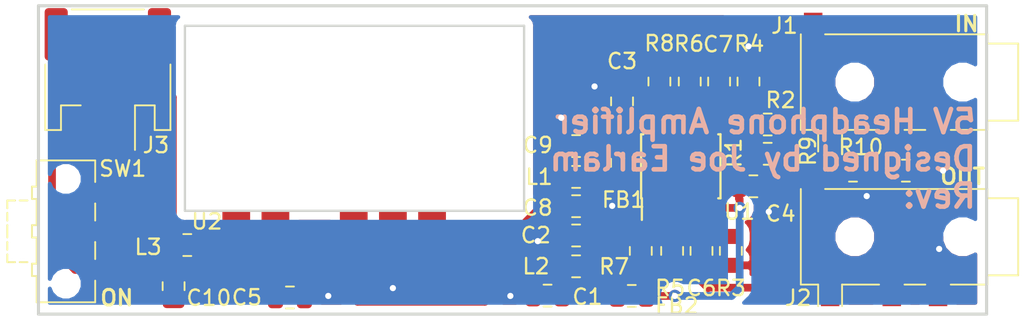
<source format=kicad_pcb>
(kicad_pcb (version 20171130) (host pcbnew "(5.0.2)-1")

  (general
    (thickness 1.6)
    (drawings 8)
    (tracks 137)
    (zones 0)
    (modules 31)
    (nets 25)
  )

  (page A4)
  (layers
    (0 F.Cu signal)
    (31 B.Cu signal)
    (32 B.Adhes user)
    (33 F.Adhes user)
    (34 B.Paste user)
    (35 F.Paste user)
    (36 B.SilkS user)
    (37 F.SilkS user)
    (38 B.Mask user)
    (39 F.Mask user)
    (40 Dwgs.User user)
    (41 Cmts.User user)
    (42 Eco1.User user)
    (43 Eco2.User user)
    (44 Edge.Cuts user)
    (45 Margin user)
    (46 B.CrtYd user)
    (47 F.CrtYd user)
    (48 B.Fab user hide)
    (49 F.Fab user hide)
  )

  (setup
    (last_trace_width 0.5)
    (user_trace_width 0.5)
    (trace_clearance 0.2)
    (zone_clearance 0.508)
    (zone_45_only no)
    (trace_min 0.2)
    (segment_width 0.2)
    (edge_width 0.15)
    (via_size 0.8)
    (via_drill 0.4)
    (via_min_size 0.4)
    (via_min_drill 0.3)
    (uvia_size 0.3)
    (uvia_drill 0.1)
    (uvias_allowed no)
    (uvia_min_size 0.2)
    (uvia_min_drill 0.1)
    (pcb_text_width 0.3)
    (pcb_text_size 1.5 1.5)
    (mod_edge_width 0.15)
    (mod_text_size 1 1)
    (mod_text_width 0.15)
    (pad_size 1.524 1.524)
    (pad_drill 0.762)
    (pad_to_mask_clearance 0.051)
    (solder_mask_min_width 0.25)
    (aux_axis_origin 0 0)
    (visible_elements 7FFFEFFF)
    (pcbplotparams
      (layerselection 0x010f0_ffffffff)
      (usegerberextensions true)
      (usegerberattributes false)
      (usegerberadvancedattributes false)
      (creategerberjobfile false)
      (excludeedgelayer true)
      (linewidth 0.100000)
      (plotframeref false)
      (viasonmask false)
      (mode 1)
      (useauxorigin false)
      (hpglpennumber 1)
      (hpglpenspeed 20)
      (hpglpendiameter 15.000000)
      (psnegative false)
      (psa4output false)
      (plotreference true)
      (plotvalue true)
      (plotinvisibletext false)
      (padsonsilk false)
      (subtractmaskfromsilk false)
      (outputformat 1)
      (mirror false)
      (drillshape 0)
      (scaleselection 1)
      (outputdirectory "/home/joe/gerbers/headphone-amp/"))
  )

  (net 0 "")
  (net 1 "Net-(R1-Pad1)")
  (net 2 /Left_in)
  (net 3 /Right_in)
  (net 4 "Net-(R2-Pad1)")
  (net 5 GND)
  (net 6 /Left_out)
  (net 7 /Right_out)
  (net 8 +12V)
  (net 9 -12V)
  (net 10 "Net-(J1-PadR2)")
  (net 11 "Net-(J2-PadR2)")
  (net 12 "Net-(J3-Pad2)")
  (net 13 "Net-(SW1-Pad1)")
  (net 14 "Net-(C7-Pad2)")
  (net 15 "Net-(C6-Pad2)")
  (net 16 "Net-(R8-Pad1)")
  (net 17 "Net-(R7-Pad1)")
  (net 18 "Net-(C1-Pad1)")
  (net 19 "Net-(C8-Pad1)")
  (net 20 "Net-(C9-Pad1)")
  (net 21 "Net-(C2-Pad1)")
  (net 22 "Net-(C10-Pad1)")
  (net 23 "Net-(L3-Pad2)")
  (net 24 "Net-(C10-Pad2)")

  (net_class Default "This is the default net class."
    (clearance 0.2)
    (trace_width 0.25)
    (via_dia 0.8)
    (via_drill 0.4)
    (uvia_dia 0.3)
    (uvia_drill 0.1)
    (add_net +12V)
    (add_net -12V)
    (add_net /Left_in)
    (add_net /Left_out)
    (add_net /Right_in)
    (add_net /Right_out)
    (add_net GND)
    (add_net "Net-(C1-Pad1)")
    (add_net "Net-(C10-Pad1)")
    (add_net "Net-(C10-Pad2)")
    (add_net "Net-(C2-Pad1)")
    (add_net "Net-(C6-Pad2)")
    (add_net "Net-(C7-Pad2)")
    (add_net "Net-(C8-Pad1)")
    (add_net "Net-(C9-Pad1)")
    (add_net "Net-(J1-PadR2)")
    (add_net "Net-(J2-PadR2)")
    (add_net "Net-(J3-Pad2)")
    (add_net "Net-(L3-Pad2)")
    (add_net "Net-(R1-Pad1)")
    (add_net "Net-(R2-Pad1)")
    (add_net "Net-(R7-Pad1)")
    (add_net "Net-(R8-Pad1)")
    (add_net "Net-(SW1-Pad1)")
  )

  (module Resistor_SMD:R_0805_2012Metric (layer F.Cu) (tedit 5B36C52B) (tstamp 5C646E59)
    (at 135.763 83.693 180)
    (descr "Resistor SMD 0805 (2012 Metric), square (rectangular) end terminal, IPC_7351 nominal, (Body size source: https://docs.google.com/spreadsheets/d/1BsfQQcO9C6DZCsRaXUlFlo91Tg2WpOkGARC1WS5S8t0/edit?usp=sharing), generated with kicad-footprint-generator")
    (tags resistor)
    (path /5C6549E8)
    (attr smd)
    (fp_text reference R10 (at 2.921 1.524) (layer F.SilkS)
      (effects (font (size 1 1) (thickness 0.15)))
    )
    (fp_text value 10K (at 0 1.65 180) (layer F.Fab)
      (effects (font (size 1 1) (thickness 0.15)))
    )
    (fp_text user %R (at 0 0 180) (layer F.Fab)
      (effects (font (size 0.5 0.5) (thickness 0.08)))
    )
    (fp_line (start 1.68 0.95) (end -1.68 0.95) (layer F.CrtYd) (width 0.05))
    (fp_line (start 1.68 -0.95) (end 1.68 0.95) (layer F.CrtYd) (width 0.05))
    (fp_line (start -1.68 -0.95) (end 1.68 -0.95) (layer F.CrtYd) (width 0.05))
    (fp_line (start -1.68 0.95) (end -1.68 -0.95) (layer F.CrtYd) (width 0.05))
    (fp_line (start -0.258578 0.71) (end 0.258578 0.71) (layer F.SilkS) (width 0.12))
    (fp_line (start -0.258578 -0.71) (end 0.258578 -0.71) (layer F.SilkS) (width 0.12))
    (fp_line (start 1 0.6) (end -1 0.6) (layer F.Fab) (width 0.1))
    (fp_line (start 1 -0.6) (end 1 0.6) (layer F.Fab) (width 0.1))
    (fp_line (start -1 -0.6) (end 1 -0.6) (layer F.Fab) (width 0.1))
    (fp_line (start -1 0.6) (end -1 -0.6) (layer F.Fab) (width 0.1))
    (pad 2 smd roundrect (at 0.9375 0 180) (size 0.975 1.4) (layers F.Cu F.Paste F.Mask) (roundrect_rratio 0.25)
      (net 3 /Right_in))
    (pad 1 smd roundrect (at -0.9375 0 180) (size 0.975 1.4) (layers F.Cu F.Paste F.Mask) (roundrect_rratio 0.25)
      (net 5 GND))
    (model ${KISYS3DMOD}/Resistor_SMD.3dshapes/R_0805_2012Metric.wrl
      (at (xyz 0 0 0))
      (scale (xyz 1 1 1))
      (rotate (xyz 0 0 0))
    )
  )

  (module Resistor_SMD:R_0805_2012Metric (layer F.Cu) (tedit 5B36C52B) (tstamp 5C644F9F)
    (at 132.334 83.693 180)
    (descr "Resistor SMD 0805 (2012 Metric), square (rectangular) end terminal, IPC_7351 nominal, (Body size source: https://docs.google.com/spreadsheets/d/1BsfQQcO9C6DZCsRaXUlFlo91Tg2WpOkGARC1WS5S8t0/edit?usp=sharing), generated with kicad-footprint-generator")
    (tags resistor)
    (path /5C64700C)
    (attr smd)
    (fp_text reference R9 (at 2.921 1.27 270) (layer F.SilkS)
      (effects (font (size 1 1) (thickness 0.15)))
    )
    (fp_text value 10K (at 0 1.65 180) (layer F.Fab)
      (effects (font (size 1 1) (thickness 0.15)))
    )
    (fp_line (start -1 0.6) (end -1 -0.6) (layer F.Fab) (width 0.1))
    (fp_line (start -1 -0.6) (end 1 -0.6) (layer F.Fab) (width 0.1))
    (fp_line (start 1 -0.6) (end 1 0.6) (layer F.Fab) (width 0.1))
    (fp_line (start 1 0.6) (end -1 0.6) (layer F.Fab) (width 0.1))
    (fp_line (start -0.258578 -0.71) (end 0.258578 -0.71) (layer F.SilkS) (width 0.12))
    (fp_line (start -0.258578 0.71) (end 0.258578 0.71) (layer F.SilkS) (width 0.12))
    (fp_line (start -1.68 0.95) (end -1.68 -0.95) (layer F.CrtYd) (width 0.05))
    (fp_line (start -1.68 -0.95) (end 1.68 -0.95) (layer F.CrtYd) (width 0.05))
    (fp_line (start 1.68 -0.95) (end 1.68 0.95) (layer F.CrtYd) (width 0.05))
    (fp_line (start 1.68 0.95) (end -1.68 0.95) (layer F.CrtYd) (width 0.05))
    (fp_text user %R (at 0 0 180) (layer F.Fab)
      (effects (font (size 0.5 0.5) (thickness 0.08)))
    )
    (pad 1 smd roundrect (at -0.9375 0 180) (size 0.975 1.4) (layers F.Cu F.Paste F.Mask) (roundrect_rratio 0.25)
      (net 5 GND))
    (pad 2 smd roundrect (at 0.9375 0 180) (size 0.975 1.4) (layers F.Cu F.Paste F.Mask) (roundrect_rratio 0.25)
      (net 2 /Left_in))
    (model ${KISYS3DMOD}/Resistor_SMD.3dshapes/R_0805_2012Metric.wrl
      (at (xyz 0 0 0))
      (scale (xyz 1 1 1))
      (rotate (xyz 0 0 0))
    )
  )

  (module Capacitor_SMD:C_0805_2012Metric (layer F.Cu) (tedit 5B36C52B) (tstamp 5C63075A)
    (at 88.265 91.186 270)
    (descr "Capacitor SMD 0805 (2012 Metric), square (rectangular) end terminal, IPC_7351 nominal, (Body size source: https://docs.google.com/spreadsheets/d/1BsfQQcO9C6DZCsRaXUlFlo91Tg2WpOkGARC1WS5S8t0/edit?usp=sharing), generated with kicad-footprint-generator")
    (tags capacitor)
    (path /5C638703)
    (attr smd)
    (fp_text reference C10 (at 0.762 -2.286) (layer F.SilkS)
      (effects (font (size 1 1) (thickness 0.15)))
    )
    (fp_text value 4u7 (at 0 1.65 270) (layer F.Fab)
      (effects (font (size 1 1) (thickness 0.15)))
    )
    (fp_line (start -1 0.6) (end -1 -0.6) (layer F.Fab) (width 0.1))
    (fp_line (start -1 -0.6) (end 1 -0.6) (layer F.Fab) (width 0.1))
    (fp_line (start 1 -0.6) (end 1 0.6) (layer F.Fab) (width 0.1))
    (fp_line (start 1 0.6) (end -1 0.6) (layer F.Fab) (width 0.1))
    (fp_line (start -0.258578 -0.71) (end 0.258578 -0.71) (layer F.SilkS) (width 0.12))
    (fp_line (start -0.258578 0.71) (end 0.258578 0.71) (layer F.SilkS) (width 0.12))
    (fp_line (start -1.68 0.95) (end -1.68 -0.95) (layer F.CrtYd) (width 0.05))
    (fp_line (start -1.68 -0.95) (end 1.68 -0.95) (layer F.CrtYd) (width 0.05))
    (fp_line (start 1.68 -0.95) (end 1.68 0.95) (layer F.CrtYd) (width 0.05))
    (fp_line (start 1.68 0.95) (end -1.68 0.95) (layer F.CrtYd) (width 0.05))
    (fp_text user %R (at 0 0 270) (layer F.Fab)
      (effects (font (size 0.5 0.5) (thickness 0.08)))
    )
    (pad 1 smd roundrect (at -0.9375 0 270) (size 0.975 1.4) (layers F.Cu F.Paste F.Mask) (roundrect_rratio 0.25)
      (net 22 "Net-(C10-Pad1)"))
    (pad 2 smd roundrect (at 0.9375 0 270) (size 0.975 1.4) (layers F.Cu F.Paste F.Mask) (roundrect_rratio 0.25)
      (net 24 "Net-(C10-Pad2)"))
    (model ${KISYS3DMOD}/Capacitor_SMD.3dshapes/C_0805_2012Metric.wrl
      (at (xyz 0 0 0))
      (scale (xyz 1 1 1))
      (rotate (xyz 0 0 0))
    )
  )

  (module Inductor_SMD:L_0805_2012Metric (layer F.Cu) (tedit 5B36C52B) (tstamp 5C630601)
    (at 89.154 88.519)
    (descr "Inductor SMD 0805 (2012 Metric), square (rectangular) end terminal, IPC_7351 nominal, (Body size source: https://docs.google.com/spreadsheets/d/1BsfQQcO9C6DZCsRaXUlFlo91Tg2WpOkGARC1WS5S8t0/edit?usp=sharing), generated with kicad-footprint-generator")
    (tags inductor)
    (path /5C6385B7)
    (attr smd)
    (fp_text reference L3 (at -2.54 0.127) (layer F.SilkS)
      (effects (font (size 1 1) (thickness 0.15)))
    )
    (fp_text value 6u8 (at 0 1.65) (layer F.Fab)
      (effects (font (size 1 1) (thickness 0.15)))
    )
    (fp_line (start -1 0.6) (end -1 -0.6) (layer F.Fab) (width 0.1))
    (fp_line (start -1 -0.6) (end 1 -0.6) (layer F.Fab) (width 0.1))
    (fp_line (start 1 -0.6) (end 1 0.6) (layer F.Fab) (width 0.1))
    (fp_line (start 1 0.6) (end -1 0.6) (layer F.Fab) (width 0.1))
    (fp_line (start -0.258578 -0.71) (end 0.258578 -0.71) (layer F.SilkS) (width 0.12))
    (fp_line (start -0.258578 0.71) (end 0.258578 0.71) (layer F.SilkS) (width 0.12))
    (fp_line (start -1.68 0.95) (end -1.68 -0.95) (layer F.CrtYd) (width 0.05))
    (fp_line (start -1.68 -0.95) (end 1.68 -0.95) (layer F.CrtYd) (width 0.05))
    (fp_line (start 1.68 -0.95) (end 1.68 0.95) (layer F.CrtYd) (width 0.05))
    (fp_line (start 1.68 0.95) (end -1.68 0.95) (layer F.CrtYd) (width 0.05))
    (fp_text user %R (at 0 0) (layer F.Fab)
      (effects (font (size 0.5 0.5) (thickness 0.08)))
    )
    (pad 1 smd roundrect (at -0.9375 0) (size 0.975 1.4) (layers F.Cu F.Paste F.Mask) (roundrect_rratio 0.25)
      (net 22 "Net-(C10-Pad1)"))
    (pad 2 smd roundrect (at 0.9375 0) (size 0.975 1.4) (layers F.Cu F.Paste F.Mask) (roundrect_rratio 0.25)
      (net 23 "Net-(L3-Pad2)"))
    (model ${KISYS3DMOD}/Inductor_SMD.3dshapes/L_0805_2012Metric.wrl
      (at (xyz 0 0 0))
      (scale (xyz 1 1 1))
      (rotate (xyz 0 0 0))
    )
  )

  (module Inductor_SMD:L_0805_2012Metric (layer F.Cu) (tedit 5B36C52B) (tstamp 5C5CDE87)
    (at 117.983 91.821 180)
    (descr "Inductor SMD 0805 (2012 Metric), square (rectangular) end terminal, IPC_7351 nominal, (Body size source: https://docs.google.com/spreadsheets/d/1BsfQQcO9C6DZCsRaXUlFlo91Tg2WpOkGARC1WS5S8t0/edit?usp=sharing), generated with kicad-footprint-generator")
    (tags inductor)
    (path /5C5E6593)
    (attr smd)
    (fp_text reference FB2 (at -2.921 -0.635 180) (layer F.SilkS)
      (effects (font (size 1 1) (thickness 0.15)))
    )
    (fp_text value FB (at 0 1.65 180) (layer F.Fab)
      (effects (font (size 1 1) (thickness 0.15)))
    )
    (fp_text user %R (at 0 0 180) (layer F.Fab)
      (effects (font (size 0.5 0.5) (thickness 0.08)))
    )
    (fp_line (start 1.68 0.95) (end -1.68 0.95) (layer F.CrtYd) (width 0.05))
    (fp_line (start 1.68 -0.95) (end 1.68 0.95) (layer F.CrtYd) (width 0.05))
    (fp_line (start -1.68 -0.95) (end 1.68 -0.95) (layer F.CrtYd) (width 0.05))
    (fp_line (start -1.68 0.95) (end -1.68 -0.95) (layer F.CrtYd) (width 0.05))
    (fp_line (start -0.258578 0.71) (end 0.258578 0.71) (layer F.SilkS) (width 0.12))
    (fp_line (start -0.258578 -0.71) (end 0.258578 -0.71) (layer F.SilkS) (width 0.12))
    (fp_line (start 1 0.6) (end -1 0.6) (layer F.Fab) (width 0.1))
    (fp_line (start 1 -0.6) (end 1 0.6) (layer F.Fab) (width 0.1))
    (fp_line (start -1 -0.6) (end 1 -0.6) (layer F.Fab) (width 0.1))
    (fp_line (start -1 0.6) (end -1 -0.6) (layer F.Fab) (width 0.1))
    (pad 2 smd roundrect (at 0.9375 0 180) (size 0.975 1.4) (layers F.Cu F.Paste F.Mask) (roundrect_rratio 0.25)
      (net 21 "Net-(C2-Pad1)"))
    (pad 1 smd roundrect (at -0.9375 0 180) (size 0.975 1.4) (layers F.Cu F.Paste F.Mask) (roundrect_rratio 0.25)
      (net 9 -12V))
    (model ${KISYS3DMOD}/Inductor_SMD.3dshapes/L_0805_2012Metric.wrl
      (at (xyz 0 0 0))
      (scale (xyz 1 1 1))
      (rotate (xyz 0 0 0))
    )
  )

  (module Inductor_SMD:L_0805_2012Metric (layer F.Cu) (tedit 5B36C52B) (tstamp 5C5CDE76)
    (at 117.348 83.185 270)
    (descr "Inductor SMD 0805 (2012 Metric), square (rectangular) end terminal, IPC_7351 nominal, (Body size source: https://docs.google.com/spreadsheets/d/1BsfQQcO9C6DZCsRaXUlFlo91Tg2WpOkGARC1WS5S8t0/edit?usp=sharing), generated with kicad-footprint-generator")
    (tags inductor)
    (path /5C5E62E2)
    (attr smd)
    (fp_text reference FB1 (at 2.4 -0.1) (layer F.SilkS)
      (effects (font (size 1 1) (thickness 0.15)))
    )
    (fp_text value FB (at 0 1.65 270) (layer F.Fab)
      (effects (font (size 1 1) (thickness 0.15)))
    )
    (fp_line (start -1 0.6) (end -1 -0.6) (layer F.Fab) (width 0.1))
    (fp_line (start -1 -0.6) (end 1 -0.6) (layer F.Fab) (width 0.1))
    (fp_line (start 1 -0.6) (end 1 0.6) (layer F.Fab) (width 0.1))
    (fp_line (start 1 0.6) (end -1 0.6) (layer F.Fab) (width 0.1))
    (fp_line (start -0.258578 -0.71) (end 0.258578 -0.71) (layer F.SilkS) (width 0.12))
    (fp_line (start -0.258578 0.71) (end 0.258578 0.71) (layer F.SilkS) (width 0.12))
    (fp_line (start -1.68 0.95) (end -1.68 -0.95) (layer F.CrtYd) (width 0.05))
    (fp_line (start -1.68 -0.95) (end 1.68 -0.95) (layer F.CrtYd) (width 0.05))
    (fp_line (start 1.68 -0.95) (end 1.68 0.95) (layer F.CrtYd) (width 0.05))
    (fp_line (start 1.68 0.95) (end -1.68 0.95) (layer F.CrtYd) (width 0.05))
    (fp_text user %R (at 0 0 270) (layer F.Fab)
      (effects (font (size 0.5 0.5) (thickness 0.08)))
    )
    (pad 1 smd roundrect (at -0.9375 0 270) (size 0.975 1.4) (layers F.Cu F.Paste F.Mask) (roundrect_rratio 0.25)
      (net 8 +12V))
    (pad 2 smd roundrect (at 0.9375 0 270) (size 0.975 1.4) (layers F.Cu F.Paste F.Mask) (roundrect_rratio 0.25)
      (net 20 "Net-(C9-Pad1)"))
    (model ${KISYS3DMOD}/Inductor_SMD.3dshapes/L_0805_2012Metric.wrl
      (at (xyz 0 0 0))
      (scale (xyz 1 1 1))
      (rotate (xyz 0 0 0))
    )
  )

  (module Capacitor_SMD:C_0805_2012Metric (layer F.Cu) (tedit 5B36C52B) (tstamp 5C5CD734)
    (at 114.373 87.9 180)
    (descr "Capacitor SMD 0805 (2012 Metric), square (rectangular) end terminal, IPC_7351 nominal, (Body size source: https://docs.google.com/spreadsheets/d/1BsfQQcO9C6DZCsRaXUlFlo91Tg2WpOkGARC1WS5S8t0/edit?usp=sharing), generated with kicad-footprint-generator")
    (tags capacitor)
    (path /5C5A8E35)
    (attr smd)
    (fp_text reference C2 (at 2.613 0.016) (layer F.SilkS)
      (effects (font (size 1 1) (thickness 0.15)))
    )
    (fp_text value 20u (at 0 1.65 180) (layer F.Fab)
      (effects (font (size 1 1) (thickness 0.15)))
    )
    (fp_line (start -1 0.6) (end -1 -0.6) (layer F.Fab) (width 0.1))
    (fp_line (start -1 -0.6) (end 1 -0.6) (layer F.Fab) (width 0.1))
    (fp_line (start 1 -0.6) (end 1 0.6) (layer F.Fab) (width 0.1))
    (fp_line (start 1 0.6) (end -1 0.6) (layer F.Fab) (width 0.1))
    (fp_line (start -0.258578 -0.71) (end 0.258578 -0.71) (layer F.SilkS) (width 0.12))
    (fp_line (start -0.258578 0.71) (end 0.258578 0.71) (layer F.SilkS) (width 0.12))
    (fp_line (start -1.68 0.95) (end -1.68 -0.95) (layer F.CrtYd) (width 0.05))
    (fp_line (start -1.68 -0.95) (end 1.68 -0.95) (layer F.CrtYd) (width 0.05))
    (fp_line (start 1.68 -0.95) (end 1.68 0.95) (layer F.CrtYd) (width 0.05))
    (fp_line (start 1.68 0.95) (end -1.68 0.95) (layer F.CrtYd) (width 0.05))
    (fp_text user %R (at 0 0 180) (layer F.Fab)
      (effects (font (size 0.5 0.5) (thickness 0.08)))
    )
    (pad 1 smd roundrect (at -0.9375 0 180) (size 0.975 1.4) (layers F.Cu F.Paste F.Mask) (roundrect_rratio 0.25)
      (net 21 "Net-(C2-Pad1)"))
    (pad 2 smd roundrect (at 0.9375 0 180) (size 0.975 1.4) (layers F.Cu F.Paste F.Mask) (roundrect_rratio 0.25)
      (net 5 GND))
    (model ${KISYS3DMOD}/Capacitor_SMD.3dshapes/C_0805_2012Metric.wrl
      (at (xyz 0 0 0))
      (scale (xyz 1 1 1))
      (rotate (xyz 0 0 0))
    )
  )

  (module Capacitor_SMD:C_0805_2012Metric (layer F.Cu) (tedit 5B36C52B) (tstamp 5C5CD6D4)
    (at 114.373 86)
    (descr "Capacitor SMD 0805 (2012 Metric), square (rectangular) end terminal, IPC_7351 nominal, (Body size source: https://docs.google.com/spreadsheets/d/1BsfQQcO9C6DZCsRaXUlFlo91Tg2WpOkGARC1WS5S8t0/edit?usp=sharing), generated with kicad-footprint-generator")
    (tags capacitor)
    (path /5C5D3976)
    (attr smd)
    (fp_text reference C8 (at -2.5 0.1) (layer F.SilkS)
      (effects (font (size 1 1) (thickness 0.15)))
    )
    (fp_text value 10u (at 0 1.65) (layer F.Fab)
      (effects (font (size 1 1) (thickness 0.15)))
    )
    (fp_text user %R (at 0 0) (layer F.Fab)
      (effects (font (size 0.5 0.5) (thickness 0.08)))
    )
    (fp_line (start 1.68 0.95) (end -1.68 0.95) (layer F.CrtYd) (width 0.05))
    (fp_line (start 1.68 -0.95) (end 1.68 0.95) (layer F.CrtYd) (width 0.05))
    (fp_line (start -1.68 -0.95) (end 1.68 -0.95) (layer F.CrtYd) (width 0.05))
    (fp_line (start -1.68 0.95) (end -1.68 -0.95) (layer F.CrtYd) (width 0.05))
    (fp_line (start -0.258578 0.71) (end 0.258578 0.71) (layer F.SilkS) (width 0.12))
    (fp_line (start -0.258578 -0.71) (end 0.258578 -0.71) (layer F.SilkS) (width 0.12))
    (fp_line (start 1 0.6) (end -1 0.6) (layer F.Fab) (width 0.1))
    (fp_line (start 1 -0.6) (end 1 0.6) (layer F.Fab) (width 0.1))
    (fp_line (start -1 -0.6) (end 1 -0.6) (layer F.Fab) (width 0.1))
    (fp_line (start -1 0.6) (end -1 -0.6) (layer F.Fab) (width 0.1))
    (pad 2 smd roundrect (at 0.9375 0) (size 0.975 1.4) (layers F.Cu F.Paste F.Mask) (roundrect_rratio 0.25)
      (net 5 GND))
    (pad 1 smd roundrect (at -0.9375 0) (size 0.975 1.4) (layers F.Cu F.Paste F.Mask) (roundrect_rratio 0.25)
      (net 19 "Net-(C8-Pad1)"))
    (model ${KISYS3DMOD}/Capacitor_SMD.3dshapes/C_0805_2012Metric.wrl
      (at (xyz 0 0 0))
      (scale (xyz 1 1 1))
      (rotate (xyz 0 0 0))
    )
  )

  (module Capacitor_SMD:C_0805_2012Metric (layer F.Cu) (tedit 5B36C52B) (tstamp 5C5CD704)
    (at 114.373 82.1 180)
    (descr "Capacitor SMD 0805 (2012 Metric), square (rectangular) end terminal, IPC_7351 nominal, (Body size source: https://docs.google.com/spreadsheets/d/1BsfQQcO9C6DZCsRaXUlFlo91Tg2WpOkGARC1WS5S8t0/edit?usp=sharing), generated with kicad-footprint-generator")
    (tags capacitor)
    (path /5C5D397D)
    (attr smd)
    (fp_text reference C9 (at 2.486 0.058 180) (layer F.SilkS)
      (effects (font (size 1 1) (thickness 0.15)))
    )
    (fp_text value 20u (at 0 1.65 180) (layer F.Fab)
      (effects (font (size 1 1) (thickness 0.15)))
    )
    (fp_line (start -1 0.6) (end -1 -0.6) (layer F.Fab) (width 0.1))
    (fp_line (start -1 -0.6) (end 1 -0.6) (layer F.Fab) (width 0.1))
    (fp_line (start 1 -0.6) (end 1 0.6) (layer F.Fab) (width 0.1))
    (fp_line (start 1 0.6) (end -1 0.6) (layer F.Fab) (width 0.1))
    (fp_line (start -0.258578 -0.71) (end 0.258578 -0.71) (layer F.SilkS) (width 0.12))
    (fp_line (start -0.258578 0.71) (end 0.258578 0.71) (layer F.SilkS) (width 0.12))
    (fp_line (start -1.68 0.95) (end -1.68 -0.95) (layer F.CrtYd) (width 0.05))
    (fp_line (start -1.68 -0.95) (end 1.68 -0.95) (layer F.CrtYd) (width 0.05))
    (fp_line (start 1.68 -0.95) (end 1.68 0.95) (layer F.CrtYd) (width 0.05))
    (fp_line (start 1.68 0.95) (end -1.68 0.95) (layer F.CrtYd) (width 0.05))
    (fp_text user %R (at 0 0 180) (layer F.Fab)
      (effects (font (size 0.5 0.5) (thickness 0.08)))
    )
    (pad 1 smd roundrect (at -0.9375 0 180) (size 0.975 1.4) (layers F.Cu F.Paste F.Mask) (roundrect_rratio 0.25)
      (net 20 "Net-(C9-Pad1)"))
    (pad 2 smd roundrect (at 0.9375 0 180) (size 0.975 1.4) (layers F.Cu F.Paste F.Mask) (roundrect_rratio 0.25)
      (net 5 GND))
    (model ${KISYS3DMOD}/Capacitor_SMD.3dshapes/C_0805_2012Metric.wrl
      (at (xyz 0 0 0))
      (scale (xyz 1 1 1))
      (rotate (xyz 0 0 0))
    )
  )

  (module Inductor_SMD:L_0805_2012Metric (layer F.Cu) (tedit 5B36C52B) (tstamp 5C5CD794)
    (at 114.373 84.1)
    (descr "Inductor SMD 0805 (2012 Metric), square (rectangular) end terminal, IPC_7351 nominal, (Body size source: https://docs.google.com/spreadsheets/d/1BsfQQcO9C6DZCsRaXUlFlo91Tg2WpOkGARC1WS5S8t0/edit?usp=sharing), generated with kicad-footprint-generator")
    (tags inductor)
    (path /5C5D3985)
    (attr smd)
    (fp_text reference L1 (at -2.4 0) (layer F.SilkS)
      (effects (font (size 1 1) (thickness 0.15)))
    )
    (fp_text value 10u (at 0 1.65) (layer F.Fab)
      (effects (font (size 1 1) (thickness 0.15)))
    )
    (fp_text user %R (at 0 0) (layer F.Fab)
      (effects (font (size 0.5 0.5) (thickness 0.08)))
    )
    (fp_line (start 1.68 0.95) (end -1.68 0.95) (layer F.CrtYd) (width 0.05))
    (fp_line (start 1.68 -0.95) (end 1.68 0.95) (layer F.CrtYd) (width 0.05))
    (fp_line (start -1.68 -0.95) (end 1.68 -0.95) (layer F.CrtYd) (width 0.05))
    (fp_line (start -1.68 0.95) (end -1.68 -0.95) (layer F.CrtYd) (width 0.05))
    (fp_line (start -0.258578 0.71) (end 0.258578 0.71) (layer F.SilkS) (width 0.12))
    (fp_line (start -0.258578 -0.71) (end 0.258578 -0.71) (layer F.SilkS) (width 0.12))
    (fp_line (start 1 0.6) (end -1 0.6) (layer F.Fab) (width 0.1))
    (fp_line (start 1 -0.6) (end 1 0.6) (layer F.Fab) (width 0.1))
    (fp_line (start -1 -0.6) (end 1 -0.6) (layer F.Fab) (width 0.1))
    (fp_line (start -1 0.6) (end -1 -0.6) (layer F.Fab) (width 0.1))
    (pad 2 smd roundrect (at 0.9375 0) (size 0.975 1.4) (layers F.Cu F.Paste F.Mask) (roundrect_rratio 0.25)
      (net 20 "Net-(C9-Pad1)"))
    (pad 1 smd roundrect (at -0.9375 0) (size 0.975 1.4) (layers F.Cu F.Paste F.Mask) (roundrect_rratio 0.25)
      (net 19 "Net-(C8-Pad1)"))
    (model ${KISYS3DMOD}/Inductor_SMD.3dshapes/L_0805_2012Metric.wrl
      (at (xyz 0 0 0))
      (scale (xyz 1 1 1))
      (rotate (xyz 0 0 0))
    )
  )

  (module Inductor_SMD:L_0805_2012Metric (layer F.Cu) (tedit 5B36C52B) (tstamp 5C5CD764)
    (at 114.373 89.9)
    (descr "Inductor SMD 0805 (2012 Metric), square (rectangular) end terminal, IPC_7351 nominal, (Body size source: https://docs.google.com/spreadsheets/d/1BsfQQcO9C6DZCsRaXUlFlo91Tg2WpOkGARC1WS5S8t0/edit?usp=sharing), generated with kicad-footprint-generator")
    (tags inductor)
    (path /5C5CCE1A)
    (attr smd)
    (fp_text reference L2 (at -2.6 0) (layer F.SilkS)
      (effects (font (size 1 1) (thickness 0.15)))
    )
    (fp_text value 10u (at 0 1.65) (layer F.Fab)
      (effects (font (size 1 1) (thickness 0.15)))
    )
    (fp_line (start -1 0.6) (end -1 -0.6) (layer F.Fab) (width 0.1))
    (fp_line (start -1 -0.6) (end 1 -0.6) (layer F.Fab) (width 0.1))
    (fp_line (start 1 -0.6) (end 1 0.6) (layer F.Fab) (width 0.1))
    (fp_line (start 1 0.6) (end -1 0.6) (layer F.Fab) (width 0.1))
    (fp_line (start -0.258578 -0.71) (end 0.258578 -0.71) (layer F.SilkS) (width 0.12))
    (fp_line (start -0.258578 0.71) (end 0.258578 0.71) (layer F.SilkS) (width 0.12))
    (fp_line (start -1.68 0.95) (end -1.68 -0.95) (layer F.CrtYd) (width 0.05))
    (fp_line (start -1.68 -0.95) (end 1.68 -0.95) (layer F.CrtYd) (width 0.05))
    (fp_line (start 1.68 -0.95) (end 1.68 0.95) (layer F.CrtYd) (width 0.05))
    (fp_line (start 1.68 0.95) (end -1.68 0.95) (layer F.CrtYd) (width 0.05))
    (fp_text user %R (at 0 0) (layer F.Fab)
      (effects (font (size 0.5 0.5) (thickness 0.08)))
    )
    (pad 1 smd roundrect (at -0.9375 0) (size 0.975 1.4) (layers F.Cu F.Paste F.Mask) (roundrect_rratio 0.25)
      (net 18 "Net-(C1-Pad1)"))
    (pad 2 smd roundrect (at 0.9375 0) (size 0.975 1.4) (layers F.Cu F.Paste F.Mask) (roundrect_rratio 0.25)
      (net 21 "Net-(C2-Pad1)"))
    (model ${KISYS3DMOD}/Inductor_SMD.3dshapes/L_0805_2012Metric.wrl
      (at (xyz 0 0 0))
      (scale (xyz 1 1 1))
      (rotate (xyz 0 0 0))
    )
  )

  (module Resistor_SMD:R_0805_2012Metric (layer F.Cu) (tedit 5B36C52B) (tstamp 5C5B1DB6)
    (at 118.57 88.9 270)
    (descr "Resistor SMD 0805 (2012 Metric), square (rectangular) end terminal, IPC_7351 nominal, (Body size source: https://docs.google.com/spreadsheets/d/1BsfQQcO9C6DZCsRaXUlFlo91Tg2WpOkGARC1WS5S8t0/edit?usp=sharing), generated with kicad-footprint-generator")
    (tags resistor)
    (path /5C5BFFE4)
    (attr smd)
    (fp_text reference R7 (at 1.016 1.73) (layer F.SilkS)
      (effects (font (size 1 1) (thickness 0.15)))
    )
    (fp_text value 120R (at 0 1.65 270) (layer F.Fab)
      (effects (font (size 1 1) (thickness 0.15)))
    )
    (fp_text user %R (at 0 0 270) (layer F.Fab)
      (effects (font (size 0.5 0.5) (thickness 0.08)))
    )
    (fp_line (start 1.68 0.95) (end -1.68 0.95) (layer F.CrtYd) (width 0.05))
    (fp_line (start 1.68 -0.95) (end 1.68 0.95) (layer F.CrtYd) (width 0.05))
    (fp_line (start -1.68 -0.95) (end 1.68 -0.95) (layer F.CrtYd) (width 0.05))
    (fp_line (start -1.68 0.95) (end -1.68 -0.95) (layer F.CrtYd) (width 0.05))
    (fp_line (start -0.258578 0.71) (end 0.258578 0.71) (layer F.SilkS) (width 0.12))
    (fp_line (start -0.258578 -0.71) (end 0.258578 -0.71) (layer F.SilkS) (width 0.12))
    (fp_line (start 1 0.6) (end -1 0.6) (layer F.Fab) (width 0.1))
    (fp_line (start 1 -0.6) (end 1 0.6) (layer F.Fab) (width 0.1))
    (fp_line (start -1 -0.6) (end 1 -0.6) (layer F.Fab) (width 0.1))
    (fp_line (start -1 0.6) (end -1 -0.6) (layer F.Fab) (width 0.1))
    (pad 2 smd roundrect (at 0.9375 0 270) (size 0.975 1.4) (layers F.Cu F.Paste F.Mask) (roundrect_rratio 0.25)
      (net 6 /Left_out))
    (pad 1 smd roundrect (at -0.9375 0 270) (size 0.975 1.4) (layers F.Cu F.Paste F.Mask) (roundrect_rratio 0.25)
      (net 17 "Net-(R7-Pad1)"))
    (model ${KISYS3DMOD}/Resistor_SMD.3dshapes/R_0805_2012Metric.wrl
      (at (xyz 0 0 0))
      (scale (xyz 1 1 1))
      (rotate (xyz 0 0 0))
    )
  )

  (module Resistor_SMD:R_0805_2012Metric (layer F.Cu) (tedit 5B36C52B) (tstamp 5C5B1DA5)
    (at 119.7765 77.9145 90)
    (descr "Resistor SMD 0805 (2012 Metric), square (rectangular) end terminal, IPC_7351 nominal, (Body size source: https://docs.google.com/spreadsheets/d/1BsfQQcO9C6DZCsRaXUlFlo91Tg2WpOkGARC1WS5S8t0/edit?usp=sharing), generated with kicad-footprint-generator")
    (tags resistor)
    (path /5C5C459C)
    (attr smd)
    (fp_text reference R8 (at 2.4765 0 180) (layer F.SilkS)
      (effects (font (size 1 1) (thickness 0.15)))
    )
    (fp_text value 120R (at 0 1.65 90) (layer F.Fab)
      (effects (font (size 1 1) (thickness 0.15)))
    )
    (fp_line (start -1 0.6) (end -1 -0.6) (layer F.Fab) (width 0.1))
    (fp_line (start -1 -0.6) (end 1 -0.6) (layer F.Fab) (width 0.1))
    (fp_line (start 1 -0.6) (end 1 0.6) (layer F.Fab) (width 0.1))
    (fp_line (start 1 0.6) (end -1 0.6) (layer F.Fab) (width 0.1))
    (fp_line (start -0.258578 -0.71) (end 0.258578 -0.71) (layer F.SilkS) (width 0.12))
    (fp_line (start -0.258578 0.71) (end 0.258578 0.71) (layer F.SilkS) (width 0.12))
    (fp_line (start -1.68 0.95) (end -1.68 -0.95) (layer F.CrtYd) (width 0.05))
    (fp_line (start -1.68 -0.95) (end 1.68 -0.95) (layer F.CrtYd) (width 0.05))
    (fp_line (start 1.68 -0.95) (end 1.68 0.95) (layer F.CrtYd) (width 0.05))
    (fp_line (start 1.68 0.95) (end -1.68 0.95) (layer F.CrtYd) (width 0.05))
    (fp_text user %R (at 0 0 90) (layer F.Fab)
      (effects (font (size 0.5 0.5) (thickness 0.08)))
    )
    (pad 1 smd roundrect (at -0.9375 0 90) (size 0.975 1.4) (layers F.Cu F.Paste F.Mask) (roundrect_rratio 0.25)
      (net 16 "Net-(R8-Pad1)"))
    (pad 2 smd roundrect (at 0.9375 0 90) (size 0.975 1.4) (layers F.Cu F.Paste F.Mask) (roundrect_rratio 0.25)
      (net 7 /Right_out))
    (model ${KISYS3DMOD}/Resistor_SMD.3dshapes/R_0805_2012Metric.wrl
      (at (xyz 0 0 0))
      (scale (xyz 1 1 1))
      (rotate (xyz 0 0 0))
    )
  )

  (module Capacitor_SMD:C_0805_2012Metric (layer F.Cu) (tedit 5B36C52B) (tstamp 5C5B10C0)
    (at 122.507 88.9 90)
    (descr "Capacitor SMD 0805 (2012 Metric), square (rectangular) end terminal, IPC_7351 nominal, (Body size source: https://docs.google.com/spreadsheets/d/1BsfQQcO9C6DZCsRaXUlFlo91Tg2WpOkGARC1WS5S8t0/edit?usp=sharing), generated with kicad-footprint-generator")
    (tags capacitor)
    (path /5C5B31D4)
    (attr smd)
    (fp_text reference C6 (at -2.413 0 180) (layer F.SilkS)
      (effects (font (size 1 1) (thickness 0.15)))
    )
    (fp_text value 402p (at 0 1.65 90) (layer F.Fab)
      (effects (font (size 1 1) (thickness 0.15)))
    )
    (fp_text user %R (at 0 0 90) (layer F.Fab)
      (effects (font (size 0.5 0.5) (thickness 0.08)))
    )
    (fp_line (start 1.68 0.95) (end -1.68 0.95) (layer F.CrtYd) (width 0.05))
    (fp_line (start 1.68 -0.95) (end 1.68 0.95) (layer F.CrtYd) (width 0.05))
    (fp_line (start -1.68 -0.95) (end 1.68 -0.95) (layer F.CrtYd) (width 0.05))
    (fp_line (start -1.68 0.95) (end -1.68 -0.95) (layer F.CrtYd) (width 0.05))
    (fp_line (start -0.258578 0.71) (end 0.258578 0.71) (layer F.SilkS) (width 0.12))
    (fp_line (start -0.258578 -0.71) (end 0.258578 -0.71) (layer F.SilkS) (width 0.12))
    (fp_line (start 1 0.6) (end -1 0.6) (layer F.Fab) (width 0.1))
    (fp_line (start 1 -0.6) (end 1 0.6) (layer F.Fab) (width 0.1))
    (fp_line (start -1 -0.6) (end 1 -0.6) (layer F.Fab) (width 0.1))
    (fp_line (start -1 0.6) (end -1 -0.6) (layer F.Fab) (width 0.1))
    (pad 2 smd roundrect (at 0.9375 0 90) (size 0.975 1.4) (layers F.Cu F.Paste F.Mask) (roundrect_rratio 0.25)
      (net 15 "Net-(C6-Pad2)"))
    (pad 1 smd roundrect (at -0.9375 0 90) (size 0.975 1.4) (layers F.Cu F.Paste F.Mask) (roundrect_rratio 0.25)
      (net 6 /Left_out))
    (model ${KISYS3DMOD}/Capacitor_SMD.3dshapes/C_0805_2012Metric.wrl
      (at (xyz 0 0 0))
      (scale (xyz 1 1 1))
      (rotate (xyz 0 0 0))
    )
  )

  (module Capacitor_SMD:C_0805_2012Metric (layer F.Cu) (tedit 5B36C52B) (tstamp 5C5B0C13)
    (at 123.65 77.9145 270)
    (descr "Capacitor SMD 0805 (2012 Metric), square (rectangular) end terminal, IPC_7351 nominal, (Body size source: https://docs.google.com/spreadsheets/d/1BsfQQcO9C6DZCsRaXUlFlo91Tg2WpOkGARC1WS5S8t0/edit?usp=sharing), generated with kicad-footprint-generator")
    (tags capacitor)
    (path /5C5B7CE8)
    (attr smd)
    (fp_text reference C7 (at -2.413 0.0635) (layer F.SilkS)
      (effects (font (size 1 1) (thickness 0.15)))
    )
    (fp_text value 402p (at 0 1.65 270) (layer F.Fab)
      (effects (font (size 1 1) (thickness 0.15)))
    )
    (fp_line (start -1 0.6) (end -1 -0.6) (layer F.Fab) (width 0.1))
    (fp_line (start -1 -0.6) (end 1 -0.6) (layer F.Fab) (width 0.1))
    (fp_line (start 1 -0.6) (end 1 0.6) (layer F.Fab) (width 0.1))
    (fp_line (start 1 0.6) (end -1 0.6) (layer F.Fab) (width 0.1))
    (fp_line (start -0.258578 -0.71) (end 0.258578 -0.71) (layer F.SilkS) (width 0.12))
    (fp_line (start -0.258578 0.71) (end 0.258578 0.71) (layer F.SilkS) (width 0.12))
    (fp_line (start -1.68 0.95) (end -1.68 -0.95) (layer F.CrtYd) (width 0.05))
    (fp_line (start -1.68 -0.95) (end 1.68 -0.95) (layer F.CrtYd) (width 0.05))
    (fp_line (start 1.68 -0.95) (end 1.68 0.95) (layer F.CrtYd) (width 0.05))
    (fp_line (start 1.68 0.95) (end -1.68 0.95) (layer F.CrtYd) (width 0.05))
    (fp_text user %R (at 0 0 270) (layer F.Fab)
      (effects (font (size 0.5 0.5) (thickness 0.08)))
    )
    (pad 1 smd roundrect (at -0.9375 0 270) (size 0.975 1.4) (layers F.Cu F.Paste F.Mask) (roundrect_rratio 0.25)
      (net 7 /Right_out))
    (pad 2 smd roundrect (at 0.9375 0 270) (size 0.975 1.4) (layers F.Cu F.Paste F.Mask) (roundrect_rratio 0.25)
      (net 14 "Net-(C7-Pad2)"))
    (model ${KISYS3DMOD}/Capacitor_SMD.3dshapes/C_0805_2012Metric.wrl
      (at (xyz 0 0 0))
      (scale (xyz 1 1 1))
      (rotate (xyz 0 0 0))
    )
  )

  (module Connector_JST:JST_PH_S2B-PH-SM4-TB_1x02-1MP_P2.00mm_Horizontal (layer F.Cu) (tedit 5B78AD87) (tstamp 5C5AEEC8)
    (at 84 77.75 180)
    (descr "JST PH series connector, S2B-PH-SM4-TB (http://www.jst-mfg.com/product/pdf/eng/ePH.pdf), generated with kicad-footprint-generator")
    (tags "connector JST PH top entry")
    (path /5C5AEB8B)
    (attr smd)
    (fp_text reference J3 (at -3.122 -4.292 180) (layer F.SilkS)
      (effects (font (size 1 1) (thickness 0.15)))
    )
    (fp_text value Conn_01x02_Male (at 0 5.8 180) (layer F.Fab)
      (effects (font (size 1 1) (thickness 0.15)))
    )
    (fp_line (start -3.95 -3.2) (end -3.15 -3.2) (layer F.Fab) (width 0.1))
    (fp_line (start -3.15 -3.2) (end -3.15 -1.6) (layer F.Fab) (width 0.1))
    (fp_line (start -3.15 -1.6) (end 3.15 -1.6) (layer F.Fab) (width 0.1))
    (fp_line (start 3.15 -1.6) (end 3.15 -3.2) (layer F.Fab) (width 0.1))
    (fp_line (start 3.15 -3.2) (end 3.95 -3.2) (layer F.Fab) (width 0.1))
    (fp_line (start -4.06 0.94) (end -4.06 -3.31) (layer F.SilkS) (width 0.12))
    (fp_line (start -4.06 -3.31) (end -3.04 -3.31) (layer F.SilkS) (width 0.12))
    (fp_line (start -3.04 -3.31) (end -3.04 -1.71) (layer F.SilkS) (width 0.12))
    (fp_line (start -3.04 -1.71) (end -1.76 -1.71) (layer F.SilkS) (width 0.12))
    (fp_line (start -1.76 -1.71) (end -1.76 -4.6) (layer F.SilkS) (width 0.12))
    (fp_line (start 4.06 0.94) (end 4.06 -3.31) (layer F.SilkS) (width 0.12))
    (fp_line (start 4.06 -3.31) (end 3.04 -3.31) (layer F.SilkS) (width 0.12))
    (fp_line (start 3.04 -3.31) (end 3.04 -1.71) (layer F.SilkS) (width 0.12))
    (fp_line (start 3.04 -1.71) (end 1.76 -1.71) (layer F.SilkS) (width 0.12))
    (fp_line (start -2.34 4.51) (end 2.34 4.51) (layer F.SilkS) (width 0.12))
    (fp_line (start -3.95 4.4) (end 3.95 4.4) (layer F.Fab) (width 0.1))
    (fp_line (start -3.95 -3.2) (end -3.95 4.4) (layer F.Fab) (width 0.1))
    (fp_line (start 3.95 -3.2) (end 3.95 4.4) (layer F.Fab) (width 0.1))
    (fp_line (start -4.6 -5.1) (end -4.6 5.1) (layer F.CrtYd) (width 0.05))
    (fp_line (start -4.6 5.1) (end 4.6 5.1) (layer F.CrtYd) (width 0.05))
    (fp_line (start 4.6 5.1) (end 4.6 -5.1) (layer F.CrtYd) (width 0.05))
    (fp_line (start 4.6 -5.1) (end -4.6 -5.1) (layer F.CrtYd) (width 0.05))
    (fp_line (start -1.5 -1.6) (end -1 -0.892893) (layer F.Fab) (width 0.1))
    (fp_line (start -1 -0.892893) (end -0.5 -1.6) (layer F.Fab) (width 0.1))
    (fp_text user %R (at 0 1.5 180) (layer F.Fab)
      (effects (font (size 1 1) (thickness 0.15)))
    )
    (pad 1 smd roundrect (at -1 -2.85 180) (size 1 3.5) (layers F.Cu F.Paste F.Mask) (roundrect_rratio 0.25)
      (net 24 "Net-(C10-Pad2)"))
    (pad 2 smd roundrect (at 1 -2.85 180) (size 1 3.5) (layers F.Cu F.Paste F.Mask) (roundrect_rratio 0.25)
      (net 12 "Net-(J3-Pad2)"))
    (pad MP smd roundrect (at -3.35 2.9 180) (size 1.5 3.4) (layers F.Cu F.Paste F.Mask) (roundrect_rratio 0.166667))
    (pad MP smd roundrect (at 3.35 2.9 180) (size 1.5 3.4) (layers F.Cu F.Paste F.Mask) (roundrect_rratio 0.166667))
    (model ${KISYS3DMOD}/Connector_JST.3dshapes/JST_PH_S2B-PH-SM4-TB_1x02-1MP_P2.00mm_Horizontal.wrl
      (at (xyz 0 0 0))
      (scale (xyz 1 1 1))
      (rotate (xyz 0 0 0))
    )
  )

  (module Button_Switch_SMD:SW_SPDT_CK-JS102011SAQN (layer F.Cu) (tedit 5A02FC95) (tstamp 5C5A56E1)
    (at 81.28 87.63 270)
    (descr http://www.ckswitches.com/media/1422/js.pdf)
    (tags "switch spdt")
    (path /5C59CAE8)
    (attr smd)
    (fp_text reference SW1 (at -4.064 -3.683 180) (layer F.SilkS)
      (effects (font (size 1 1) (thickness 0.15)))
    )
    (fp_text value SW_SPDT (at 0 -2.9 270) (layer F.Fab)
      (effects (font (size 1 1) (thickness 0.15)))
    )
    (fp_line (start -4.5 -1.8) (end 4.5 -1.8) (layer F.Fab) (width 0.1))
    (fp_line (start 4.5 -1.8) (end 4.5 1.8) (layer F.Fab) (width 0.1))
    (fp_line (start 4.5 1.8) (end -4.4 1.8) (layer F.Fab) (width 0.1))
    (fp_line (start -4.4 1.8) (end -4.5 1.8) (layer F.Fab) (width 0.1))
    (fp_line (start -4.5 1.8) (end -4.5 1.8) (layer F.Fab) (width 0.1))
    (fp_line (start -4.5 -1.8) (end -4.5 1.8) (layer F.Fab) (width 0.1))
    (fp_line (start -4.5 1.8) (end -4.5 1.8) (layer F.Fab) (width 0.1))
    (fp_text user %R (at 0 0 270) (layer F.Fab)
      (effects (font (size 1 1) (thickness 0.15)))
    )
    (fp_line (start -1.5 1.8) (end -1.5 1.8) (layer F.Fab) (width 0.1))
    (fp_line (start 3.2 -1.9) (end 4.6 -1.9) (layer F.SilkS) (width 0.12))
    (fp_line (start 4.6 -1.9) (end 4.6 1.9) (layer F.SilkS) (width 0.12))
    (fp_line (start -4.6 1.9) (end -4.6 -1.9) (layer F.SilkS) (width 0.12))
    (fp_line (start -4.6 -1.9) (end -3.2 -1.9) (layer F.SilkS) (width 0.12))
    (fp_line (start 1.8 -1.9) (end 0.7 -1.9) (layer F.SilkS) (width 0.12))
    (fp_line (start 0.7 -1.9) (end 0.7 -1.9) (layer F.SilkS) (width 0.12))
    (fp_line (start -0.7 -1.9) (end -1.8 -1.9) (layer F.SilkS) (width 0.12))
    (fp_line (start -1.8 -1.9) (end -1.8 -1.9) (layer F.SilkS) (width 0.12))
    (fp_line (start 0.3 1.8) (end 0.3 2.1) (layer F.Fab) (width 0.1))
    (fp_line (start 0.3 2.1) (end -0.3 2.1) (layer F.Fab) (width 0.1))
    (fp_line (start -0.3 2.1) (end -0.3 1.8) (layer F.Fab) (width 0.1))
    (fp_line (start -0.3 1.8) (end -0.3 1.8) (layer F.Fab) (width 0.1))
    (fp_line (start -2.2 1.8) (end -2.2 2.1) (layer F.Fab) (width 0.1))
    (fp_line (start -2.2 2.1) (end -2.8 2.1) (layer F.Fab) (width 0.1))
    (fp_line (start -2.8 2.1) (end -2.8 1.8) (layer F.Fab) (width 0.1))
    (fp_line (start -2.8 1.8) (end -2.8 1.8) (layer F.Fab) (width 0.1))
    (fp_line (start 2.2 1.8) (end 2.2 2.1) (layer F.Fab) (width 0.1))
    (fp_line (start 2.2 2.1) (end 2.8 2.1) (layer F.Fab) (width 0.1))
    (fp_line (start 2.8 2.1) (end 2.8 1.8) (layer F.Fab) (width 0.1))
    (fp_line (start 2.8 1.8) (end 2.8 1.8) (layer F.Fab) (width 0.1))
    (fp_line (start 4.6 1.9) (end 2.9 1.9) (layer F.SilkS) (width 0.12))
    (fp_line (start 2.9 1.9) (end 2.9 2.2) (layer F.SilkS) (width 0.12))
    (fp_line (start 2.9 2.2) (end 2.1 2.2) (layer F.SilkS) (width 0.12))
    (fp_line (start 2.1 2.2) (end 2.1 1.9) (layer F.SilkS) (width 0.12))
    (fp_line (start 2.1 1.9) (end 0.4 1.9) (layer F.SilkS) (width 0.12))
    (fp_line (start 0.4 1.9) (end 0.4 2.2) (layer F.SilkS) (width 0.12))
    (fp_line (start 0.4 2.2) (end -0.4 2.2) (layer F.SilkS) (width 0.12))
    (fp_line (start -0.4 2.2) (end -0.4 1.9) (layer F.SilkS) (width 0.12))
    (fp_line (start -0.4 1.9) (end -2.1 1.9) (layer F.SilkS) (width 0.12))
    (fp_line (start -2.1 1.9) (end -2.1 2.2) (layer F.SilkS) (width 0.12))
    (fp_line (start -2.1 2.2) (end -2.9 2.2) (layer F.SilkS) (width 0.12))
    (fp_line (start -2.9 2.2) (end -2.9 1.9) (layer F.SilkS) (width 0.12))
    (fp_line (start -2.9 1.9) (end -4.6 1.9) (layer F.SilkS) (width 0.12))
    (fp_line (start -4.6 1.9) (end -4.6 1.9) (layer F.SilkS) (width 0.12))
    (fp_line (start -0.5 1.8) (end -0.5 3.8) (layer F.Fab) (width 0.1))
    (fp_line (start -0.5 3.8) (end -2 3.8) (layer F.Fab) (width 0.1))
    (fp_line (start -2 3.8) (end -2 1.8) (layer F.Fab) (width 0.1))
    (fp_line (start -2 1.8) (end -2 1.8) (layer F.Fab) (width 0.1))
    (fp_line (start -5 -2.25) (end -5 2.25) (layer F.CrtYd) (width 0.05))
    (fp_line (start -5 2.25) (end -3.25 2.25) (layer F.CrtYd) (width 0.05))
    (fp_line (start -3.25 2.25) (end -3.25 2.75) (layer F.CrtYd) (width 0.05))
    (fp_line (start -3.25 2.75) (end -2.5 2.75) (layer F.CrtYd) (width 0.05))
    (fp_line (start -2.5 2.75) (end -2.5 4.25) (layer F.CrtYd) (width 0.05))
    (fp_line (start -2.5 4.25) (end 2.5 4.25) (layer F.CrtYd) (width 0.05))
    (fp_line (start 2.5 4.25) (end 2.5 2.5) (layer F.CrtYd) (width 0.05))
    (fp_line (start 2.5 2.5) (end 3.25 2.5) (layer F.CrtYd) (width 0.05))
    (fp_line (start 3.25 2.5) (end 3.25 2.25) (layer F.CrtYd) (width 0.05))
    (fp_line (start 3.25 2.25) (end 5 2.25) (layer F.CrtYd) (width 0.05))
    (fp_line (start 5 2.25) (end 5 -2.25) (layer F.CrtYd) (width 0.05))
    (fp_line (start 5 -2.25) (end 3.5 -2.25) (layer F.CrtYd) (width 0.05))
    (fp_line (start 3.5 -2.25) (end 3.5 -4.5) (layer F.CrtYd) (width 0.05))
    (fp_line (start 3.5 -4.5) (end -3.5 -4.5) (layer F.CrtYd) (width 0.05))
    (fp_line (start -3.5 -4.5) (end -3.5 -2.25) (layer F.CrtYd) (width 0.05))
    (fp_line (start -3.5 -2.25) (end -5 -2.25) (layer F.CrtYd) (width 0.05))
    (fp_line (start -5 -2.25) (end -5 -2.25) (layer F.CrtYd) (width 0.05))
    (fp_line (start -2 3.8) (end -2 3.3) (layer F.SilkS) (width 0.12))
    (fp_line (start -2 3.3) (end -2 3.3) (layer F.SilkS) (width 0.12))
    (fp_line (start -2 3.8) (end -1.5 3.8) (layer F.SilkS) (width 0.12))
    (fp_line (start -1.5 3.8) (end -1.5 3.8) (layer F.SilkS) (width 0.12))
    (fp_line (start 2 3.8) (end 1.5 3.8) (layer F.SilkS) (width 0.12))
    (fp_line (start 1.5 3.8) (end 1.5 3.8) (layer F.SilkS) (width 0.12))
    (fp_line (start 2 3.8) (end 2 3.3) (layer F.SilkS) (width 0.12))
    (fp_line (start 2 3.3) (end 2 3.3) (layer F.SilkS) (width 0.12))
    (fp_line (start 2 3) (end 2 2.5) (layer F.SilkS) (width 0.12))
    (fp_line (start 2 2.5) (end 2 2.5) (layer F.SilkS) (width 0.12))
    (fp_line (start -2 3) (end -2 2.5) (layer F.SilkS) (width 0.12))
    (fp_line (start -2 2.5) (end -2 2.5) (layer F.SilkS) (width 0.12))
    (fp_line (start -1.2 3.8) (end -0.7 3.8) (layer F.SilkS) (width 0.12))
    (fp_line (start -0.7 3.8) (end -0.7 3.8) (layer F.SilkS) (width 0.12))
    (fp_line (start 1.2 3.8) (end 0.7 3.8) (layer F.SilkS) (width 0.12))
    (fp_line (start 0.7 3.8) (end 0.7 3.8) (layer F.SilkS) (width 0.12))
    (fp_line (start 0.4 3.8) (end -0.4 3.8) (layer F.SilkS) (width 0.12))
    (fp_line (start -0.4 3.8) (end -0.4 3.8) (layer F.SilkS) (width 0.12))
    (pad 1 smd rect (at -2.5 -2.75 270) (size 1.25 2.5) (layers F.Cu F.Paste F.Mask)
      (net 13 "Net-(SW1-Pad1)"))
    (pad 2 smd rect (at 0 -2.75 270) (size 1.25 2.5) (layers F.Cu F.Paste F.Mask)
      (net 12 "Net-(J3-Pad2)"))
    (pad 3 smd rect (at 2.5 -2.75 270) (size 1.25 2.5) (layers F.Cu F.Paste F.Mask)
      (net 22 "Net-(C10-Pad1)"))
    (pad "" np_thru_hole circle (at -3.4 0 270) (size 0.9 0.9) (drill 0.9) (layers *.Cu *.Mask))
    (pad "" np_thru_hole circle (at 3.4 0 270) (size 0.9 0.9) (drill 0.9) (layers *.Cu *.Mask))
    (model ${KISYS3DMOD}/Button_Switch_SMD.3dshapes/SW_SPDT_CK-JS102011SAQN.wrl
      (at (xyz 0 0 0))
      (scale (xyz 1 1 1))
      (rotate (xyz 0 0 0))
    )
  )

  (module Capacitor_SMD:C_0805_2012Metric (layer F.Cu) (tedit 5B36C52B) (tstamp 5C5A5606)
    (at 95.812 91.921 180)
    (descr "Capacitor SMD 0805 (2012 Metric), square (rectangular) end terminal, IPC_7351 nominal, (Body size source: https://docs.google.com/spreadsheets/d/1BsfQQcO9C6DZCsRaXUlFlo91Tg2WpOkGARC1WS5S8t0/edit?usp=sharing), generated with kicad-footprint-generator")
    (tags capacitor)
    (path /5C59FAD9)
    (attr smd)
    (fp_text reference C5 (at 2.794 0) (layer F.SilkS)
      (effects (font (size 1 1) (thickness 0.15)))
    )
    (fp_text value 12n (at 0 1.65 180) (layer F.Fab)
      (effects (font (size 1 1) (thickness 0.15)))
    )
    (fp_line (start -1 0.6) (end -1 -0.6) (layer F.Fab) (width 0.1))
    (fp_line (start -1 -0.6) (end 1 -0.6) (layer F.Fab) (width 0.1))
    (fp_line (start 1 -0.6) (end 1 0.6) (layer F.Fab) (width 0.1))
    (fp_line (start 1 0.6) (end -1 0.6) (layer F.Fab) (width 0.1))
    (fp_line (start -0.258578 -0.71) (end 0.258578 -0.71) (layer F.SilkS) (width 0.12))
    (fp_line (start -0.258578 0.71) (end 0.258578 0.71) (layer F.SilkS) (width 0.12))
    (fp_line (start -1.68 0.95) (end -1.68 -0.95) (layer F.CrtYd) (width 0.05))
    (fp_line (start -1.68 -0.95) (end 1.68 -0.95) (layer F.CrtYd) (width 0.05))
    (fp_line (start 1.68 -0.95) (end 1.68 0.95) (layer F.CrtYd) (width 0.05))
    (fp_line (start 1.68 0.95) (end -1.68 0.95) (layer F.CrtYd) (width 0.05))
    (fp_text user %R (at 0 0 180) (layer F.Fab)
      (effects (font (size 0.5 0.5) (thickness 0.08)))
    )
    (pad 1 smd roundrect (at -0.9375 0 180) (size 0.975 1.4) (layers F.Cu F.Paste F.Mask) (roundrect_rratio 0.25)
      (net 5 GND))
    (pad 2 smd roundrect (at 0.9375 0 180) (size 0.975 1.4) (layers F.Cu F.Paste F.Mask) (roundrect_rratio 0.25)
      (net 24 "Net-(C10-Pad2)"))
    (model ${KISYS3DMOD}/Capacitor_SMD.3dshapes/C_0805_2012Metric.wrl
      (at (xyz 0 0 0))
      (scale (xyz 1 1 1))
      (rotate (xyz 0 0 0))
    )
  )

  (module Footprints:TMAxxxxD_horizontal (layer F.Cu) (tedit 5C59BB40) (tstamp 5C59E7A9)
    (at 89 86.3)
    (path /5C5A5764)
    (fp_text reference U2 (at 1.424 0.695) (layer F.SilkS)
      (effects (font (size 1 1) (thickness 0.15)))
    )
    (fp_text value TMA0512D (at 10.5 -5.576) (layer F.Fab)
      (effects (font (size 1 1) (thickness 0.15)))
    )
    (fp_line (start 0 0) (end 22 0) (layer Edge.Cuts) (width 0.15))
    (fp_line (start 22 0) (end 22 -12) (layer Edge.Cuts) (width 0.15))
    (fp_line (start 22 -12) (end 0 -12) (layer Edge.Cuts) (width 0.15))
    (fp_line (start 0 -12) (end 0 0) (layer Edge.Cuts) (width 0.15))
    (pad 6 smd rect (at 16.03 2.21) (size 1.8 4.3) (layers F.Cu F.Paste F.Mask)
      (net 19 "Net-(C8-Pad1)"))
    (pad 5 smd rect (at 13.49 2.21) (size 1.8 4.3) (layers F.Cu F.Paste F.Mask)
      (net 5 GND))
    (pad 4 smd rect (at 10.95 2.21) (size 1.8 4.3) (layers F.Cu F.Paste F.Mask)
      (net 18 "Net-(C1-Pad1)"))
    (pad 2 smd rect (at 5.87 2.21) (size 1.8 4.3) (layers F.Cu F.Paste F.Mask)
      (net 24 "Net-(C10-Pad2)"))
    (pad 1 smd rect (at 3.33 2.21) (size 1.8 4.3) (layers F.Cu F.Paste F.Mask)
      (net 23 "Net-(L3-Pad2)"))
  )

  (module Capacitor_SMD:C_0805_2012Metric (layer F.Cu) (tedit 5B36C52B) (tstamp 5C59D08D)
    (at 112.522 91.8 180)
    (descr "Capacitor SMD 0805 (2012 Metric), square (rectangular) end terminal, IPC_7351 nominal, (Body size source: https://docs.google.com/spreadsheets/d/1BsfQQcO9C6DZCsRaXUlFlo91Tg2WpOkGARC1WS5S8t0/edit?usp=sharing), generated with kicad-footprint-generator")
    (tags capacitor)
    (path /5C5A8D97)
    (attr smd)
    (fp_text reference C1 (at -2.587 -0.079 180) (layer F.SilkS)
      (effects (font (size 1 1) (thickness 0.15)))
    )
    (fp_text value 10u (at 0 1.65 180) (layer F.Fab)
      (effects (font (size 1 1) (thickness 0.15)))
    )
    (fp_text user %R (at 0 0 180) (layer F.Fab)
      (effects (font (size 0.5 0.5) (thickness 0.08)))
    )
    (fp_line (start 1.68 0.95) (end -1.68 0.95) (layer F.CrtYd) (width 0.05))
    (fp_line (start 1.68 -0.95) (end 1.68 0.95) (layer F.CrtYd) (width 0.05))
    (fp_line (start -1.68 -0.95) (end 1.68 -0.95) (layer F.CrtYd) (width 0.05))
    (fp_line (start -1.68 0.95) (end -1.68 -0.95) (layer F.CrtYd) (width 0.05))
    (fp_line (start -0.258578 0.71) (end 0.258578 0.71) (layer F.SilkS) (width 0.12))
    (fp_line (start -0.258578 -0.71) (end 0.258578 -0.71) (layer F.SilkS) (width 0.12))
    (fp_line (start 1 0.6) (end -1 0.6) (layer F.Fab) (width 0.1))
    (fp_line (start 1 -0.6) (end 1 0.6) (layer F.Fab) (width 0.1))
    (fp_line (start -1 -0.6) (end 1 -0.6) (layer F.Fab) (width 0.1))
    (fp_line (start -1 0.6) (end -1 -0.6) (layer F.Fab) (width 0.1))
    (pad 2 smd roundrect (at 0.9375 0 180) (size 0.975 1.4) (layers F.Cu F.Paste F.Mask) (roundrect_rratio 0.25)
      (net 5 GND))
    (pad 1 smd roundrect (at -0.9375 0 180) (size 0.975 1.4) (layers F.Cu F.Paste F.Mask) (roundrect_rratio 0.25)
      (net 18 "Net-(C1-Pad1)"))
    (model ${KISYS3DMOD}/Capacitor_SMD.3dshapes/C_0805_2012Metric.wrl
      (at (xyz 0 0 0))
      (scale (xyz 1 1 1))
      (rotate (xyz 0 0 0))
    )
  )

  (module Capacitor_SMD:C_0805_2012Metric (layer F.Cu) (tedit 5B36C52B) (tstamp 5C59D06B)
    (at 117.354 79.2 90)
    (descr "Capacitor SMD 0805 (2012 Metric), square (rectangular) end terminal, IPC_7351 nominal, (Body size source: https://docs.google.com/spreadsheets/d/1BsfQQcO9C6DZCsRaXUlFlo91Tg2WpOkGARC1WS5S8t0/edit?usp=sharing), generated with kicad-footprint-generator")
    (tags capacitor)
    (path /5C5B5928)
    (attr smd)
    (fp_text reference C3 (at 2.606 0 180) (layer F.SilkS)
      (effects (font (size 1 1) (thickness 0.15)))
    )
    (fp_text value 100n (at 0 1.65 90) (layer F.Fab)
      (effects (font (size 1 1) (thickness 0.15)))
    )
    (fp_text user %R (at 0 0 90) (layer F.Fab)
      (effects (font (size 0.5 0.5) (thickness 0.08)))
    )
    (fp_line (start 1.68 0.95) (end -1.68 0.95) (layer F.CrtYd) (width 0.05))
    (fp_line (start 1.68 -0.95) (end 1.68 0.95) (layer F.CrtYd) (width 0.05))
    (fp_line (start -1.68 -0.95) (end 1.68 -0.95) (layer F.CrtYd) (width 0.05))
    (fp_line (start -1.68 0.95) (end -1.68 -0.95) (layer F.CrtYd) (width 0.05))
    (fp_line (start -0.258578 0.71) (end 0.258578 0.71) (layer F.SilkS) (width 0.12))
    (fp_line (start -0.258578 -0.71) (end 0.258578 -0.71) (layer F.SilkS) (width 0.12))
    (fp_line (start 1 0.6) (end -1 0.6) (layer F.Fab) (width 0.1))
    (fp_line (start 1 -0.6) (end 1 0.6) (layer F.Fab) (width 0.1))
    (fp_line (start -1 -0.6) (end 1 -0.6) (layer F.Fab) (width 0.1))
    (fp_line (start -1 0.6) (end -1 -0.6) (layer F.Fab) (width 0.1))
    (pad 2 smd roundrect (at 0.9375 0 90) (size 0.975 1.4) (layers F.Cu F.Paste F.Mask) (roundrect_rratio 0.25)
      (net 5 GND))
    (pad 1 smd roundrect (at -0.9375 0 90) (size 0.975 1.4) (layers F.Cu F.Paste F.Mask) (roundrect_rratio 0.25)
      (net 8 +12V))
    (model ${KISYS3DMOD}/Capacitor_SMD.3dshapes/C_0805_2012Metric.wrl
      (at (xyz 0 0 0))
      (scale (xyz 1 1 1))
      (rotate (xyz 0 0 0))
    )
  )

  (module Capacitor_SMD:C_0805_2012Metric (layer F.Cu) (tedit 5B36C52B) (tstamp 5C59D05A)
    (at 125.8725 84.709 180)
    (descr "Capacitor SMD 0805 (2012 Metric), square (rectangular) end terminal, IPC_7351 nominal, (Body size source: https://docs.google.com/spreadsheets/d/1BsfQQcO9C6DZCsRaXUlFlo91Tg2WpOkGARC1WS5S8t0/edit?usp=sharing), generated with kicad-footprint-generator")
    (tags capacitor)
    (path /5C5B5A2E)
    (attr smd)
    (fp_text reference C4 (at -1.7625 -1.778) (layer F.SilkS)
      (effects (font (size 1 1) (thickness 0.15)))
    )
    (fp_text value 100n (at 0 1.65 180) (layer F.Fab)
      (effects (font (size 1 1) (thickness 0.15)))
    )
    (fp_line (start -1 0.6) (end -1 -0.6) (layer F.Fab) (width 0.1))
    (fp_line (start -1 -0.6) (end 1 -0.6) (layer F.Fab) (width 0.1))
    (fp_line (start 1 -0.6) (end 1 0.6) (layer F.Fab) (width 0.1))
    (fp_line (start 1 0.6) (end -1 0.6) (layer F.Fab) (width 0.1))
    (fp_line (start -0.258578 -0.71) (end 0.258578 -0.71) (layer F.SilkS) (width 0.12))
    (fp_line (start -0.258578 0.71) (end 0.258578 0.71) (layer F.SilkS) (width 0.12))
    (fp_line (start -1.68 0.95) (end -1.68 -0.95) (layer F.CrtYd) (width 0.05))
    (fp_line (start -1.68 -0.95) (end 1.68 -0.95) (layer F.CrtYd) (width 0.05))
    (fp_line (start 1.68 -0.95) (end 1.68 0.95) (layer F.CrtYd) (width 0.05))
    (fp_line (start 1.68 0.95) (end -1.68 0.95) (layer F.CrtYd) (width 0.05))
    (fp_text user %R (at 0 0 180) (layer F.Fab)
      (effects (font (size 0.5 0.5) (thickness 0.08)))
    )
    (pad 1 smd roundrect (at -0.9375 0 180) (size 0.975 1.4) (layers F.Cu F.Paste F.Mask) (roundrect_rratio 0.25)
      (net 5 GND))
    (pad 2 smd roundrect (at 0.9375 0 180) (size 0.975 1.4) (layers F.Cu F.Paste F.Mask) (roundrect_rratio 0.25)
      (net 9 -12V))
    (model ${KISYS3DMOD}/Capacitor_SMD.3dshapes/C_0805_2012Metric.wrl
      (at (xyz 0 0 0))
      (scale (xyz 1 1 1))
      (rotate (xyz 0 0 0))
    )
  )

  (module Connector_Audio:Jack_3.5mm_PJ320D_Horizontal (layer F.Cu) (tedit 5BF5E15D) (tstamp 5C59D049)
    (at 134.675 77.951 180)
    (descr "Headphones with microphone connector, 3.5mm, 4 pins (http://www.qingpu-electronics.com/en/products/WQP-PJ320D-72.html)")
    (tags "3.5mm jack mic microphone phones headphones 4pins audio plug")
    (path /5C5A5EA8)
    (attr smd)
    (fp_text reference J1 (at 6.786 3.656 180) (layer F.SilkS)
      (effects (font (size 1 1) (thickness 0.15)))
    )
    (fp_text value AudioJack4 (at -0.025 6.35 180) (layer F.Fab)
      (effects (font (size 1 1) (thickness 0.15)))
    )
    (fp_circle (center 3.9 -2.35) (end 3.95 -2.1) (layer F.Fab) (width 0.12))
    (fp_line (start -6.375 2.5) (end -8.375 2.5) (layer F.SilkS) (width 0.12))
    (fp_line (start -6.375 -2.5) (end -8.375 -2.5) (layer F.SilkS) (width 0.12))
    (fp_line (start -8.375 -2.5) (end -8.375 2.5) (layer F.SilkS) (width 0.12))
    (fp_line (start -6.375 2.5) (end -6.375 3.1) (layer F.SilkS) (width 0.12))
    (fp_line (start -6.375 -3.1) (end -6.375 -2.5) (layer F.SilkS) (width 0.12))
    (fp_line (start -8.73 -5) (end 6.07 -5) (layer F.CrtYd) (width 0.05))
    (fp_line (start -8.73 5) (end 6.07 5) (layer F.CrtYd) (width 0.05))
    (fp_line (start 5.725 3.1) (end 5.725 -3.1) (layer F.SilkS) (width 0.12))
    (fp_line (start -8.73 5) (end -8.73 -5) (layer F.CrtYd) (width 0.05))
    (fp_line (start 6.07 5) (end 6.07 -5) (layer F.CrtYd) (width 0.05))
    (fp_line (start -6.375 -3.1) (end -4 -3.1) (layer F.SilkS) (width 0.12))
    (fp_line (start -2.35 -3.1) (end -1 -3.1) (layer F.SilkS) (width 0.12))
    (fp_line (start 0.65 -3.1) (end 3.05 -3.1) (layer F.SilkS) (width 0.12))
    (fp_line (start 4.6 -3.1) (end 5.725 -3.1) (layer F.SilkS) (width 0.12))
    (fp_line (start 4.15 3.1) (end -6.375 3.1) (layer F.SilkS) (width 0.12))
    (fp_line (start 5.575 -2.9) (end 5.575 2.9) (layer F.Fab) (width 0.1))
    (fp_line (start -6.225 -2.9) (end 5.575 -2.9) (layer F.Fab) (width 0.1))
    (fp_line (start -6.225 -2.3) (end -6.225 -2.9) (layer F.Fab) (width 0.1))
    (fp_line (start -8.225 -2.3) (end -6.225 -2.3) (layer F.Fab) (width 0.1))
    (fp_line (start -8.225 2.3) (end -8.225 -2.3) (layer F.Fab) (width 0.1))
    (fp_line (start -6.225 2.3) (end -8.225 2.3) (layer F.Fab) (width 0.1))
    (fp_line (start -6.225 2.9) (end -6.225 2.3) (layer F.Fab) (width 0.1))
    (fp_line (start 5.575 2.9) (end -6.225 2.9) (layer F.Fab) (width 0.1))
    (fp_line (start 4.6 -3.1) (end 4.6 -4.5) (layer F.SilkS) (width 0.12))
    (fp_line (start 3.05 -3.1) (end 3.05 -4.5) (layer F.SilkS) (width 0.12))
    (fp_text user %R (at -1.195 0 180) (layer F.Fab)
      (effects (font (size 1 1) (thickness 0.15)))
    )
    (pad "" np_thru_hole circle (at 2.225 0 180) (size 1.5 1.5) (drill 1.5) (layers *.Cu *.Mask))
    (pad "" np_thru_hole circle (at -4.775 0 180) (size 1.5 1.5) (drill 1.5) (layers *.Cu *.Mask))
    (pad S smd rect (at -3.175 -3.25 180) (size 1.2 2.5) (layers F.Cu F.Paste F.Mask)
      (net 5 GND))
    (pad R1 smd rect (at -0.175 -3.25 180) (size 1.2 2.5) (layers F.Cu F.Paste F.Mask)
      (net 3 /Right_in))
    (pad T smd rect (at 3.825 -3.25 180) (size 1.2 2.5) (layers F.Cu F.Paste F.Mask)
      (net 2 /Left_in))
    (pad R2 smd rect (at 4.925 3.25 180) (size 1.2 2.5) (layers F.Cu F.Paste F.Mask)
      (net 10 "Net-(J1-PadR2)"))
    (model ${KISYS3DMOD}/Connector_Audio.3dshapes/Jack_3.5mm_PJ320D_Horizontal.wrl
      (at (xyz 0 0 0))
      (scale (xyz 1 1 1))
      (rotate (xyz 0 0 0))
    )
  )

  (module Connector_Audio:Jack_3.5mm_PJ320D_Horizontal (layer F.Cu) (tedit 5BF5E15D) (tstamp 5C59D024)
    (at 134.675 87.984 180)
    (descr "Headphones with microphone connector, 3.5mm, 4 pins (http://www.qingpu-electronics.com/en/products/WQP-PJ320D-72.html)")
    (tags "3.5mm jack mic microphone phones headphones 4pins audio plug")
    (path /5C5AB90E)
    (attr smd)
    (fp_text reference J2 (at 5.897 -3.964 180) (layer F.SilkS)
      (effects (font (size 1 1) (thickness 0.15)))
    )
    (fp_text value AudioJack4 (at -0.025 6.35 180) (layer F.Fab)
      (effects (font (size 1 1) (thickness 0.15)))
    )
    (fp_text user %R (at -1.195 0 180) (layer F.Fab)
      (effects (font (size 1 1) (thickness 0.15)))
    )
    (fp_line (start 3.05 -3.1) (end 3.05 -4.5) (layer F.SilkS) (width 0.12))
    (fp_line (start 4.6 -3.1) (end 4.6 -4.5) (layer F.SilkS) (width 0.12))
    (fp_line (start 5.575 2.9) (end -6.225 2.9) (layer F.Fab) (width 0.1))
    (fp_line (start -6.225 2.9) (end -6.225 2.3) (layer F.Fab) (width 0.1))
    (fp_line (start -6.225 2.3) (end -8.225 2.3) (layer F.Fab) (width 0.1))
    (fp_line (start -8.225 2.3) (end -8.225 -2.3) (layer F.Fab) (width 0.1))
    (fp_line (start -8.225 -2.3) (end -6.225 -2.3) (layer F.Fab) (width 0.1))
    (fp_line (start -6.225 -2.3) (end -6.225 -2.9) (layer F.Fab) (width 0.1))
    (fp_line (start -6.225 -2.9) (end 5.575 -2.9) (layer F.Fab) (width 0.1))
    (fp_line (start 5.575 -2.9) (end 5.575 2.9) (layer F.Fab) (width 0.1))
    (fp_line (start 4.15 3.1) (end -6.375 3.1) (layer F.SilkS) (width 0.12))
    (fp_line (start 4.6 -3.1) (end 5.725 -3.1) (layer F.SilkS) (width 0.12))
    (fp_line (start 0.65 -3.1) (end 3.05 -3.1) (layer F.SilkS) (width 0.12))
    (fp_line (start -2.35 -3.1) (end -1 -3.1) (layer F.SilkS) (width 0.12))
    (fp_line (start -6.375 -3.1) (end -4 -3.1) (layer F.SilkS) (width 0.12))
    (fp_line (start 6.07 5) (end 6.07 -5) (layer F.CrtYd) (width 0.05))
    (fp_line (start -8.73 5) (end -8.73 -5) (layer F.CrtYd) (width 0.05))
    (fp_line (start 5.725 3.1) (end 5.725 -3.1) (layer F.SilkS) (width 0.12))
    (fp_line (start -8.73 5) (end 6.07 5) (layer F.CrtYd) (width 0.05))
    (fp_line (start -8.73 -5) (end 6.07 -5) (layer F.CrtYd) (width 0.05))
    (fp_line (start -6.375 -3.1) (end -6.375 -2.5) (layer F.SilkS) (width 0.12))
    (fp_line (start -6.375 2.5) (end -6.375 3.1) (layer F.SilkS) (width 0.12))
    (fp_line (start -8.375 -2.5) (end -8.375 2.5) (layer F.SilkS) (width 0.12))
    (fp_line (start -6.375 -2.5) (end -8.375 -2.5) (layer F.SilkS) (width 0.12))
    (fp_line (start -6.375 2.5) (end -8.375 2.5) (layer F.SilkS) (width 0.12))
    (fp_circle (center 3.9 -2.35) (end 3.95 -2.1) (layer F.Fab) (width 0.12))
    (pad R2 smd rect (at 4.925 3.25 180) (size 1.2 2.5) (layers F.Cu F.Paste F.Mask)
      (net 11 "Net-(J2-PadR2)"))
    (pad T smd rect (at 3.825 -3.25 180) (size 1.2 2.5) (layers F.Cu F.Paste F.Mask)
      (net 6 /Left_out))
    (pad R1 smd rect (at -0.175 -3.25 180) (size 1.2 2.5) (layers F.Cu F.Paste F.Mask)
      (net 7 /Right_out))
    (pad S smd rect (at -3.175 -3.25 180) (size 1.2 2.5) (layers F.Cu F.Paste F.Mask)
      (net 5 GND))
    (pad "" np_thru_hole circle (at -4.775 0 180) (size 1.5 1.5) (drill 1.5) (layers *.Cu *.Mask))
    (pad "" np_thru_hole circle (at 2.225 0 180) (size 1.5 1.5) (drill 1.5) (layers *.Cu *.Mask))
    (model ${KISYS3DMOD}/Connector_Audio.3dshapes/Jack_3.5mm_PJ320D_Horizontal.wrl
      (at (xyz 0 0 0))
      (scale (xyz 1 1 1))
      (rotate (xyz 0 0 0))
    )
  )

  (module Package_SO:SOIC-8_3.9x4.9mm_P1.27mm (layer F.Cu) (tedit 5A02F2D3) (tstamp 5C59CFC9)
    (at 121.164 83.412 90)
    (descr "8-Lead Plastic Small Outline (SN) - Narrow, 3.90 mm Body [SOIC] (see Microchip Packaging Specification http://ww1.microchip.com/downloads/en/PackagingSpec/00000049BQ.pdf)")
    (tags "SOIC 1.27")
    (path /5C5A587E)
    (attr smd)
    (fp_text reference U1 (at -2.948 3.804 180) (layer F.SilkS)
      (effects (font (size 1 1) (thickness 0.15)))
    )
    (fp_text value RC4580 (at 0 3.5 90) (layer F.Fab)
      (effects (font (size 1 1) (thickness 0.15)))
    )
    (fp_text user %R (at 0 0 90) (layer F.Fab)
      (effects (font (size 1 1) (thickness 0.15)))
    )
    (fp_line (start -0.95 -2.45) (end 1.95 -2.45) (layer F.Fab) (width 0.1))
    (fp_line (start 1.95 -2.45) (end 1.95 2.45) (layer F.Fab) (width 0.1))
    (fp_line (start 1.95 2.45) (end -1.95 2.45) (layer F.Fab) (width 0.1))
    (fp_line (start -1.95 2.45) (end -1.95 -1.45) (layer F.Fab) (width 0.1))
    (fp_line (start -1.95 -1.45) (end -0.95 -2.45) (layer F.Fab) (width 0.1))
    (fp_line (start -3.73 -2.7) (end -3.73 2.7) (layer F.CrtYd) (width 0.05))
    (fp_line (start 3.73 -2.7) (end 3.73 2.7) (layer F.CrtYd) (width 0.05))
    (fp_line (start -3.73 -2.7) (end 3.73 -2.7) (layer F.CrtYd) (width 0.05))
    (fp_line (start -3.73 2.7) (end 3.73 2.7) (layer F.CrtYd) (width 0.05))
    (fp_line (start -2.075 -2.575) (end -2.075 -2.525) (layer F.SilkS) (width 0.15))
    (fp_line (start 2.075 -2.575) (end 2.075 -2.43) (layer F.SilkS) (width 0.15))
    (fp_line (start 2.075 2.575) (end 2.075 2.43) (layer F.SilkS) (width 0.15))
    (fp_line (start -2.075 2.575) (end -2.075 2.43) (layer F.SilkS) (width 0.15))
    (fp_line (start -2.075 -2.575) (end 2.075 -2.575) (layer F.SilkS) (width 0.15))
    (fp_line (start -2.075 2.575) (end 2.075 2.575) (layer F.SilkS) (width 0.15))
    (fp_line (start -2.075 -2.525) (end -3.475 -2.525) (layer F.SilkS) (width 0.15))
    (pad 1 smd rect (at -2.7 -1.905 90) (size 1.55 0.6) (layers F.Cu F.Paste F.Mask)
      (net 17 "Net-(R7-Pad1)"))
    (pad 2 smd rect (at -2.7 -0.635 90) (size 1.55 0.6) (layers F.Cu F.Paste F.Mask)
      (net 15 "Net-(C6-Pad2)"))
    (pad 3 smd rect (at -2.7 0.635 90) (size 1.55 0.6) (layers F.Cu F.Paste F.Mask)
      (net 1 "Net-(R1-Pad1)"))
    (pad 4 smd rect (at -2.7 1.905 90) (size 1.55 0.6) (layers F.Cu F.Paste F.Mask)
      (net 9 -12V))
    (pad 5 smd rect (at 2.7 1.905 90) (size 1.55 0.6) (layers F.Cu F.Paste F.Mask)
      (net 4 "Net-(R2-Pad1)"))
    (pad 6 smd rect (at 2.7 0.635 90) (size 1.55 0.6) (layers F.Cu F.Paste F.Mask)
      (net 14 "Net-(C7-Pad2)"))
    (pad 7 smd rect (at 2.7 -0.635 90) (size 1.55 0.6) (layers F.Cu F.Paste F.Mask)
      (net 16 "Net-(R8-Pad1)"))
    (pad 8 smd rect (at 2.7 -1.905 90) (size 1.55 0.6) (layers F.Cu F.Paste F.Mask)
      (net 8 +12V))
    (model ${KISYS3DMOD}/Package_SO.3dshapes/SOIC-8_3.9x4.9mm_P1.27mm.wrl
      (at (xyz 0 0 0))
      (scale (xyz 1 1 1))
      (rotate (xyz 0 0 0))
    )
  )

  (module Resistor_SMD:R_0805_2012Metric (layer F.Cu) (tedit 5B36C52B) (tstamp 5C59CF9B)
    (at 125.555 77.9145 270)
    (descr "Resistor SMD 0805 (2012 Metric), square (rectangular) end terminal, IPC_7351 nominal, (Body size source: https://docs.google.com/spreadsheets/d/1BsfQQcO9C6DZCsRaXUlFlo91Tg2WpOkGARC1WS5S8t0/edit?usp=sharing), generated with kicad-footprint-generator")
    (tags resistor)
    (path /5C5AADB1)
    (attr smd)
    (fp_text reference R4 (at -2.451 -0.046) (layer F.SilkS)
      (effects (font (size 1 1) (thickness 0.15)))
    )
    (fp_text value 10K (at 0 1.65 270) (layer F.Fab)
      (effects (font (size 1 1) (thickness 0.15)))
    )
    (fp_line (start -1 0.6) (end -1 -0.6) (layer F.Fab) (width 0.1))
    (fp_line (start -1 -0.6) (end 1 -0.6) (layer F.Fab) (width 0.1))
    (fp_line (start 1 -0.6) (end 1 0.6) (layer F.Fab) (width 0.1))
    (fp_line (start 1 0.6) (end -1 0.6) (layer F.Fab) (width 0.1))
    (fp_line (start -0.258578 -0.71) (end 0.258578 -0.71) (layer F.SilkS) (width 0.12))
    (fp_line (start -0.258578 0.71) (end 0.258578 0.71) (layer F.SilkS) (width 0.12))
    (fp_line (start -1.68 0.95) (end -1.68 -0.95) (layer F.CrtYd) (width 0.05))
    (fp_line (start -1.68 -0.95) (end 1.68 -0.95) (layer F.CrtYd) (width 0.05))
    (fp_line (start 1.68 -0.95) (end 1.68 0.95) (layer F.CrtYd) (width 0.05))
    (fp_line (start 1.68 0.95) (end -1.68 0.95) (layer F.CrtYd) (width 0.05))
    (fp_text user %R (at 0 0 270) (layer F.Fab)
      (effects (font (size 0.5 0.5) (thickness 0.08)))
    )
    (pad 1 smd roundrect (at -0.9375 0 270) (size 0.975 1.4) (layers F.Cu F.Paste F.Mask) (roundrect_rratio 0.25)
      (net 5 GND))
    (pad 2 smd roundrect (at 0.9375 0 270) (size 0.975 1.4) (layers F.Cu F.Paste F.Mask) (roundrect_rratio 0.25)
      (net 14 "Net-(C7-Pad2)"))
    (model ${KISYS3DMOD}/Resistor_SMD.3dshapes/R_0805_2012Metric.wrl
      (at (xyz 0 0 0))
      (scale (xyz 1 1 1))
      (rotate (xyz 0 0 0))
    )
  )

  (module Resistor_SMD:R_0805_2012Metric (layer F.Cu) (tedit 5B36C52B) (tstamp 5C59CF8A)
    (at 124.412 88.9 90)
    (descr "Resistor SMD 0805 (2012 Metric), square (rectangular) end terminal, IPC_7351 nominal, (Body size source: https://docs.google.com/spreadsheets/d/1BsfQQcO9C6DZCsRaXUlFlo91Tg2WpOkGARC1WS5S8t0/edit?usp=sharing), generated with kicad-footprint-generator")
    (tags resistor)
    (path /5C5A5ADA)
    (attr smd)
    (fp_text reference R3 (at -2.413 0 180) (layer F.SilkS)
      (effects (font (size 1 1) (thickness 0.15)))
    )
    (fp_text value 10K (at 0 1.65 90) (layer F.Fab)
      (effects (font (size 1 1) (thickness 0.15)))
    )
    (fp_text user %R (at 0 0 90) (layer F.Fab)
      (effects (font (size 0.5 0.5) (thickness 0.08)))
    )
    (fp_line (start 1.68 0.95) (end -1.68 0.95) (layer F.CrtYd) (width 0.05))
    (fp_line (start 1.68 -0.95) (end 1.68 0.95) (layer F.CrtYd) (width 0.05))
    (fp_line (start -1.68 -0.95) (end 1.68 -0.95) (layer F.CrtYd) (width 0.05))
    (fp_line (start -1.68 0.95) (end -1.68 -0.95) (layer F.CrtYd) (width 0.05))
    (fp_line (start -0.258578 0.71) (end 0.258578 0.71) (layer F.SilkS) (width 0.12))
    (fp_line (start -0.258578 -0.71) (end 0.258578 -0.71) (layer F.SilkS) (width 0.12))
    (fp_line (start 1 0.6) (end -1 0.6) (layer F.Fab) (width 0.1))
    (fp_line (start 1 -0.6) (end 1 0.6) (layer F.Fab) (width 0.1))
    (fp_line (start -1 -0.6) (end 1 -0.6) (layer F.Fab) (width 0.1))
    (fp_line (start -1 0.6) (end -1 -0.6) (layer F.Fab) (width 0.1))
    (pad 2 smd roundrect (at 0.9375 0 90) (size 0.975 1.4) (layers F.Cu F.Paste F.Mask) (roundrect_rratio 0.25)
      (net 15 "Net-(C6-Pad2)"))
    (pad 1 smd roundrect (at -0.9375 0 90) (size 0.975 1.4) (layers F.Cu F.Paste F.Mask) (roundrect_rratio 0.25)
      (net 5 GND))
    (model ${KISYS3DMOD}/Resistor_SMD.3dshapes/R_0805_2012Metric.wrl
      (at (xyz 0 0 0))
      (scale (xyz 1 1 1))
      (rotate (xyz 0 0 0))
    )
  )

  (module Resistor_SMD:R_0805_2012Metric (layer F.Cu) (tedit 5B36C52B) (tstamp 5C5AE24D)
    (at 126.8 80.7)
    (descr "Resistor SMD 0805 (2012 Metric), square (rectangular) end terminal, IPC_7351 nominal, (Body size source: https://docs.google.com/spreadsheets/d/1BsfQQcO9C6DZCsRaXUlFlo91Tg2WpOkGARC1WS5S8t0/edit?usp=sharing), generated with kicad-footprint-generator")
    (tags resistor)
    (path /5C5AADAA)
    (attr smd)
    (fp_text reference R2 (at 0.835 -1.579) (layer F.SilkS)
      (effects (font (size 1 1) (thickness 0.15)))
    )
    (fp_text value 10K (at 0 1.65) (layer F.Fab)
      (effects (font (size 1 1) (thickness 0.15)))
    )
    (fp_line (start -1 0.6) (end -1 -0.6) (layer F.Fab) (width 0.1))
    (fp_line (start -1 -0.6) (end 1 -0.6) (layer F.Fab) (width 0.1))
    (fp_line (start 1 -0.6) (end 1 0.6) (layer F.Fab) (width 0.1))
    (fp_line (start 1 0.6) (end -1 0.6) (layer F.Fab) (width 0.1))
    (fp_line (start -0.258578 -0.71) (end 0.258578 -0.71) (layer F.SilkS) (width 0.12))
    (fp_line (start -0.258578 0.71) (end 0.258578 0.71) (layer F.SilkS) (width 0.12))
    (fp_line (start -1.68 0.95) (end -1.68 -0.95) (layer F.CrtYd) (width 0.05))
    (fp_line (start -1.68 -0.95) (end 1.68 -0.95) (layer F.CrtYd) (width 0.05))
    (fp_line (start 1.68 -0.95) (end 1.68 0.95) (layer F.CrtYd) (width 0.05))
    (fp_line (start 1.68 0.95) (end -1.68 0.95) (layer F.CrtYd) (width 0.05))
    (fp_text user %R (at 0 0) (layer F.Fab)
      (effects (font (size 0.5 0.5) (thickness 0.08)))
    )
    (pad 1 smd roundrect (at -0.9375 0) (size 0.975 1.4) (layers F.Cu F.Paste F.Mask) (roundrect_rratio 0.25)
      (net 4 "Net-(R2-Pad1)"))
    (pad 2 smd roundrect (at 0.9375 0) (size 0.975 1.4) (layers F.Cu F.Paste F.Mask) (roundrect_rratio 0.25)
      (net 3 /Right_in))
    (model ${KISYS3DMOD}/Resistor_SMD.3dshapes/R_0805_2012Metric.wrl
      (at (xyz 0 0 0))
      (scale (xyz 1 1 1))
      (rotate (xyz 0 0 0))
    )
  )

  (module Resistor_SMD:R_0805_2012Metric (layer F.Cu) (tedit 5B36C52B) (tstamp 5C59CF68)
    (at 126.8 82.6)
    (descr "Resistor SMD 0805 (2012 Metric), square (rectangular) end terminal, IPC_7351 nominal, (Body size source: https://docs.google.com/spreadsheets/d/1BsfQQcO9C6DZCsRaXUlFlo91Tg2WpOkGARC1WS5S8t0/edit?usp=sharing), generated with kicad-footprint-generator")
    (tags resistor)
    (path /5C5A5992)
    (attr smd)
    (fp_text reference R1 (at -2.213 -0.05 90) (layer F.SilkS)
      (effects (font (size 1 1) (thickness 0.15)))
    )
    (fp_text value 10K (at 0 1.65) (layer F.Fab)
      (effects (font (size 1 1) (thickness 0.15)))
    )
    (fp_text user %R (at 0 0) (layer F.Fab)
      (effects (font (size 0.5 0.5) (thickness 0.08)))
    )
    (fp_line (start 1.68 0.95) (end -1.68 0.95) (layer F.CrtYd) (width 0.05))
    (fp_line (start 1.68 -0.95) (end 1.68 0.95) (layer F.CrtYd) (width 0.05))
    (fp_line (start -1.68 -0.95) (end 1.68 -0.95) (layer F.CrtYd) (width 0.05))
    (fp_line (start -1.68 0.95) (end -1.68 -0.95) (layer F.CrtYd) (width 0.05))
    (fp_line (start -0.258578 0.71) (end 0.258578 0.71) (layer F.SilkS) (width 0.12))
    (fp_line (start -0.258578 -0.71) (end 0.258578 -0.71) (layer F.SilkS) (width 0.12))
    (fp_line (start 1 0.6) (end -1 0.6) (layer F.Fab) (width 0.1))
    (fp_line (start 1 -0.6) (end 1 0.6) (layer F.Fab) (width 0.1))
    (fp_line (start -1 -0.6) (end 1 -0.6) (layer F.Fab) (width 0.1))
    (fp_line (start -1 0.6) (end -1 -0.6) (layer F.Fab) (width 0.1))
    (pad 2 smd roundrect (at 0.9375 0) (size 0.975 1.4) (layers F.Cu F.Paste F.Mask) (roundrect_rratio 0.25)
      (net 2 /Left_in))
    (pad 1 smd roundrect (at -0.9375 0) (size 0.975 1.4) (layers F.Cu F.Paste F.Mask) (roundrect_rratio 0.25)
      (net 1 "Net-(R1-Pad1)"))
    (model ${KISYS3DMOD}/Resistor_SMD.3dshapes/R_0805_2012Metric.wrl
      (at (xyz 0 0 0))
      (scale (xyz 1 1 1))
      (rotate (xyz 0 0 0))
    )
  )

  (module Resistor_SMD:R_0805_2012Metric (layer F.Cu) (tedit 5B36C52B) (tstamp 5C5AD3F0)
    (at 121.745 77.9145 90)
    (descr "Resistor SMD 0805 (2012 Metric), square (rectangular) end terminal, IPC_7351 nominal, (Body size source: https://docs.google.com/spreadsheets/d/1BsfQQcO9C6DZCsRaXUlFlo91Tg2WpOkGARC1WS5S8t0/edit?usp=sharing), generated with kicad-footprint-generator")
    (tags resistor)
    (path /5C5AADBA)
    (attr smd)
    (fp_text reference R6 (at 2.451 -0.049 180) (layer F.SilkS)
      (effects (font (size 1 1) (thickness 0.15)))
    )
    (fp_text value 20K (at 0 1.65 90) (layer F.Fab)
      (effects (font (size 1 1) (thickness 0.15)))
    )
    (fp_line (start -1 0.6) (end -1 -0.6) (layer F.Fab) (width 0.1))
    (fp_line (start -1 -0.6) (end 1 -0.6) (layer F.Fab) (width 0.1))
    (fp_line (start 1 -0.6) (end 1 0.6) (layer F.Fab) (width 0.1))
    (fp_line (start 1 0.6) (end -1 0.6) (layer F.Fab) (width 0.1))
    (fp_line (start -0.258578 -0.71) (end 0.258578 -0.71) (layer F.SilkS) (width 0.12))
    (fp_line (start -0.258578 0.71) (end 0.258578 0.71) (layer F.SilkS) (width 0.12))
    (fp_line (start -1.68 0.95) (end -1.68 -0.95) (layer F.CrtYd) (width 0.05))
    (fp_line (start -1.68 -0.95) (end 1.68 -0.95) (layer F.CrtYd) (width 0.05))
    (fp_line (start 1.68 -0.95) (end 1.68 0.95) (layer F.CrtYd) (width 0.05))
    (fp_line (start 1.68 0.95) (end -1.68 0.95) (layer F.CrtYd) (width 0.05))
    (fp_text user %R (at 0 0 90) (layer F.Fab)
      (effects (font (size 0.5 0.5) (thickness 0.08)))
    )
    (pad 1 smd roundrect (at -0.9375 0 90) (size 0.975 1.4) (layers F.Cu F.Paste F.Mask) (roundrect_rratio 0.25)
      (net 14 "Net-(C7-Pad2)"))
    (pad 2 smd roundrect (at 0.9375 0 90) (size 0.975 1.4) (layers F.Cu F.Paste F.Mask) (roundrect_rratio 0.25)
      (net 7 /Right_out))
    (model ${KISYS3DMOD}/Resistor_SMD.3dshapes/R_0805_2012Metric.wrl
      (at (xyz 0 0 0))
      (scale (xyz 1 1 1))
      (rotate (xyz 0 0 0))
    )
  )

  (module Resistor_SMD:R_0805_2012Metric (layer F.Cu) (tedit 5B36C52B) (tstamp 5C59CF13)
    (at 120.602 88.9 270)
    (descr "Resistor SMD 0805 (2012 Metric), square (rectangular) end terminal, IPC_7351 nominal, (Body size source: https://docs.google.com/spreadsheets/d/1BsfQQcO9C6DZCsRaXUlFlo91Tg2WpOkGARC1WS5S8t0/edit?usp=sharing), generated with kicad-footprint-generator")
    (tags resistor)
    (path /5C5A5C87)
    (attr smd)
    (fp_text reference R5 (at 2.413 0.127) (layer F.SilkS)
      (effects (font (size 1 1) (thickness 0.15)))
    )
    (fp_text value 20K (at 0 1.65 270) (layer F.Fab)
      (effects (font (size 1 1) (thickness 0.15)))
    )
    (fp_line (start -1 0.6) (end -1 -0.6) (layer F.Fab) (width 0.1))
    (fp_line (start -1 -0.6) (end 1 -0.6) (layer F.Fab) (width 0.1))
    (fp_line (start 1 -0.6) (end 1 0.6) (layer F.Fab) (width 0.1))
    (fp_line (start 1 0.6) (end -1 0.6) (layer F.Fab) (width 0.1))
    (fp_line (start -0.258578 -0.71) (end 0.258578 -0.71) (layer F.SilkS) (width 0.12))
    (fp_line (start -0.258578 0.71) (end 0.258578 0.71) (layer F.SilkS) (width 0.12))
    (fp_line (start -1.68 0.95) (end -1.68 -0.95) (layer F.CrtYd) (width 0.05))
    (fp_line (start -1.68 -0.95) (end 1.68 -0.95) (layer F.CrtYd) (width 0.05))
    (fp_line (start 1.68 -0.95) (end 1.68 0.95) (layer F.CrtYd) (width 0.05))
    (fp_line (start 1.68 0.95) (end -1.68 0.95) (layer F.CrtYd) (width 0.05))
    (fp_text user %R (at 0 0 270) (layer F.Fab)
      (effects (font (size 0.5 0.5) (thickness 0.08)))
    )
    (pad 1 smd roundrect (at -0.9375 0 270) (size 0.975 1.4) (layers F.Cu F.Paste F.Mask) (roundrect_rratio 0.25)
      (net 15 "Net-(C6-Pad2)"))
    (pad 2 smd roundrect (at 0.9375 0 270) (size 0.975 1.4) (layers F.Cu F.Paste F.Mask) (roundrect_rratio 0.25)
      (net 6 /Left_out))
    (model ${KISYS3DMOD}/Resistor_SMD.3dshapes/R_0805_2012Metric.wrl
      (at (xyz 0 0 0))
      (scale (xyz 1 1 1))
      (rotate (xyz 0 0 0))
    )
  )

  (gr_text "5V Headphone Amplifier\nDesigned by Joe Earlam\nRev: " (at 140.462 82.931) (layer B.SilkS)
    (effects (font (size 1.5 1.5) (thickness 0.3)) (justify left mirror))
  )
  (gr_text ON (at 84.582 91.948) (layer F.SilkS) (tstamp 5C5B3A92)
    (effects (font (size 1 1) (thickness 0.2)))
  )
  (gr_text OUT (at 139.446 84.074) (layer F.SilkS) (tstamp 5C646DFC)
    (effects (font (size 1 1) (thickness 0.2)))
  )
  (gr_text IN (at 139.7 74.168) (layer F.SilkS)
    (effects (font (size 1 1) (thickness 0.2)))
  )
  (gr_line (start 79.5 93) (end 79.5 73) (layer Edge.Cuts) (width 0.2))
  (gr_line (start 141 93) (end 79.5 93) (layer Edge.Cuts) (width 0.2))
  (gr_line (start 141 73) (end 141 93) (layer Edge.Cuts) (width 0.2))
  (gr_line (start 79.5 73) (end 141 73) (layer Edge.Cuts) (width 0.2))

  (segment (start 121.799 83.052) (end 121.799 84.701) (width 0.5) (layer F.Cu) (net 1))
  (segment (start 122.301 82.55) (end 121.799 83.052) (width 0.5) (layer F.Cu) (net 1))
  (segment (start 121.799 84.701) (end 121.799 86.112) (width 0.5) (layer F.Cu) (net 1))
  (segment (start 125.225 82.55) (end 122.301 82.55) (width 0.5) (layer F.Cu) (net 1))
  (segment (start 125.8625 82.6) (end 125.275 82.6) (width 0.5) (layer F.Cu) (net 1))
  (segment (start 125.275 82.6) (end 125.225 82.55) (width 0.5) (layer F.Cu) (net 1))
  (segment (start 129.899 81.201) (end 130.85 81.201) (width 0.5) (layer F.Cu) (net 2))
  (segment (start 127.7375 82.6) (end 128.5 82.6) (width 0.5) (layer F.Cu) (net 2))
  (segment (start 128.5 82.6) (end 129.899 81.201) (width 0.5) (layer F.Cu) (net 2))
  (segment (start 130.85 83.1465) (end 131.3965 83.693) (width 0.5) (layer F.Cu) (net 2))
  (segment (start 130.85 81.201) (end 130.85 83.1465) (width 0.5) (layer F.Cu) (net 2))
  (segment (start 127.7905 81.201) (end 127.7385 81.253) (width 0.5) (layer F.Cu) (net 3))
  (segment (start 127.7375 79.7625) (end 127.7375 80.7) (width 0.5) (layer F.Cu) (net 3))
  (segment (start 128.125 79.375) (end 127.7375 79.7625) (width 0.5) (layer F.Cu) (net 3))
  (segment (start 131.826 79.375) (end 128.125 79.375) (width 0.5) (layer F.Cu) (net 3))
  (segment (start 134.85 81.201) (end 133.652 81.201) (width 0.5) (layer F.Cu) (net 3))
  (segment (start 133.652 81.201) (end 131.826 79.375) (width 0.5) (layer F.Cu) (net 3))
  (segment (start 123.102 80.745) (end 123.069 80.712) (width 0.5) (layer F.Cu) (net 4))
  (segment (start 123.081 80.7) (end 123.069 80.712) (width 0.5) (layer F.Cu) (net 4))
  (segment (start 125.8625 80.7) (end 123.081 80.7) (width 0.5) (layer F.Cu) (net 4))
  (via (at 137.922 88.773) (size 0.8) (drill 0.4) (layers F.Cu B.Cu) (net 5))
  (via (at 125.555 75.6285) (size 0.8) (drill 0.4) (layers F.Cu B.Cu) (net 5))
  (via (at 116.713 85.979) (size 0.8) (drill 0.4) (layers F.Cu B.Cu) (net 5))
  (via (at 111.887 88.265) (size 0.8) (drill 0.4) (layers F.Cu B.Cu) (net 5))
  (via (at 110.109 91.821) (size 0.8) (drill 0.4) (layers F.Cu B.Cu) (net 5))
  (via (at 102.489 91.313) (size 0.8) (drill 0.4) (layers F.Cu B.Cu) (net 5))
  (via (at 98.298 91.821) (size 0.8) (drill 0.4) (layers F.Cu B.Cu) (net 5))
  (via (at 126.873 86.36) (size 0.8) (drill 0.4) (layers F.Cu B.Cu) (net 5))
  (segment (start 134.85 83.6685) (end 134.8255 83.693) (width 0.5) (layer F.Cu) (net 3))
  (segment (start 134.85 81.201) (end 134.85 83.6685) (width 0.5) (layer F.Cu) (net 3))
  (via (at 113.411 80.264) (size 0.8) (drill 0.4) (layers F.Cu B.Cu) (net 5))
  (via (at 138.176 83.693) (size 0.8) (drill 0.4) (layers F.Cu B.Cu) (net 5))
  (via (at 133.223 85.344) (size 0.8) (drill 0.4) (layers F.Cu B.Cu) (net 5))
  (via (at 115.57 78.232) (size 0.8) (drill 0.4) (layers F.Cu B.Cu) (net 5))
  (segment (start 122.507 89.8375) (end 120.602 89.8375) (width 0.5) (layer F.Cu) (net 6))
  (segment (start 118.57 89.8375) (end 120.602 89.8375) (width 0.5) (layer F.Cu) (net 6))
  (segment (start 130.798 91.286) (end 130.85 91.234) (width 0.5) (layer F.Cu) (net 6))
  (segment (start 122.963 91.286) (end 130.798 91.286) (width 0.5) (layer F.Cu) (net 6))
  (segment (start 122.936 91.313) (end 122.963 91.286) (width 0.5) (layer F.Cu) (net 6))
  (segment (start 122.507 89.8375) (end 122.507 90.884) (width 0.5) (layer F.Cu) (net 6))
  (segment (start 122.507 90.884) (end 122.936 91.313) (width 0.5) (layer F.Cu) (net 6))
  (segment (start 123.65 76.977) (end 121.745 76.977) (width 0.5) (layer F.Cu) (net 7))
  (segment (start 121.745 76.977) (end 119.7765 76.977) (width 0.5) (layer F.Cu) (net 7))
  (segment (start 134.85 87.654) (end 134.85 91.234) (width 0.5) (layer F.Cu) (net 7))
  (segment (start 135.128 87.376) (end 134.85 87.654) (width 0.5) (layer F.Cu) (net 7))
  (segment (start 137.414 87.376) (end 135.128 87.376) (width 0.5) (layer F.Cu) (net 7))
  (segment (start 139.573 85.217) (end 137.414 87.376) (width 0.5) (layer F.Cu) (net 7))
  (segment (start 139.573 80.391) (end 139.573 85.217) (width 0.5) (layer F.Cu) (net 7))
  (segment (start 135.382 76.2) (end 139.573 80.391) (width 0.5) (layer F.Cu) (net 7))
  (segment (start 131.953 76.2) (end 135.382 76.2) (width 0.5) (layer F.Cu) (net 7))
  (segment (start 123.65 75.184) (end 124.285 74.549) (width 0.5) (layer F.Cu) (net 7))
  (segment (start 123.65 76.977) (end 123.65 75.184) (width 0.5) (layer F.Cu) (net 7))
  (segment (start 124.285 74.549) (end 126.238 74.549) (width 0.5) (layer F.Cu) (net 7))
  (segment (start 126.238 74.549) (end 128.397 76.708) (width 0.5) (layer F.Cu) (net 7))
  (segment (start 128.397 76.708) (end 131.445 76.708) (width 0.5) (layer F.Cu) (net 7))
  (segment (start 131.445 76.708) (end 131.953 76.2) (width 0.5) (layer F.Cu) (net 7))
  (segment (start 119.1775 80.7935) (end 119.259 80.712) (width 0.5) (layer F.Cu) (net 8))
  (segment (start 117.348 80.1435) (end 117.354 80.1375) (width 0.5) (layer F.Cu) (net 8))
  (segment (start 117.348 82.2475) (end 117.348 80.1435) (width 0.5) (layer F.Cu) (net 8))
  (segment (start 117.4805 80.264) (end 117.354 80.1375) (width 0.5) (layer F.Cu) (net 8))
  (segment (start 119.259 80.712) (end 118.812 80.712) (width 0.5) (layer F.Cu) (net 8))
  (segment (start 118.364 80.264) (end 117.4805 80.264) (width 0.5) (layer F.Cu) (net 8))
  (segment (start 118.812 80.712) (end 118.364 80.264) (width 0.5) (layer F.Cu) (net 8))
  (segment (start 124.9835 85.5575) (end 124.9835 86.112) (width 0.5) (layer F.Cu) (net 9))
  (segment (start 124.935 85.509) (end 124.9835 85.5575) (width 0.5) (layer F.Cu) (net 9))
  (segment (start 124.935 84.709) (end 124.935 85.509) (width 0.5) (layer F.Cu) (net 9))
  (segment (start 124.9835 86.112) (end 123.069 86.112) (width 0.5) (layer F.Cu) (net 9))
  (via (at 120.777 91.821) (size 0.8) (drill 0.4) (layers F.Cu B.Cu) (net 9))
  (segment (start 118.9205 91.821) (end 120.777 91.821) (width 0.5) (layer F.Cu) (net 9))
  (via (at 124.9835 86.112) (size 0.8) (drill 0.4) (layers F.Cu B.Cu) (net 9))
  (segment (start 124.9835 91.2975) (end 124.9835 86.112) (width 0.5) (layer B.Cu) (net 9))
  (segment (start 120.777 91.821) (end 124.46 91.821) (width 0.5) (layer B.Cu) (net 9))
  (segment (start 124.46 91.821) (end 124.9835 91.2975) (width 0.5) (layer B.Cu) (net 9))
  (segment (start 85.78 87.63) (end 86.106 87.304) (width 0.5) (layer F.Cu) (net 12))
  (segment (start 84.03 87.63) (end 85.78 87.63) (width 0.5) (layer F.Cu) (net 12))
  (segment (start 86.106 87.304) (end 86.106 84.201) (width 0.5) (layer F.Cu) (net 12))
  (segment (start 86.106 84.201) (end 85.344 83.439) (width 0.5) (layer F.Cu) (net 12))
  (segment (start 85.344 83.439) (end 83.693 83.439) (width 0.5) (layer F.Cu) (net 12))
  (segment (start 83 82.746) (end 83 80.6) (width 0.5) (layer F.Cu) (net 12))
  (segment (start 83.693 83.439) (end 83 82.746) (width 0.5) (layer F.Cu) (net 12))
  (segment (start 121.799 78.8885) (end 121.799 80.712) (width 0.5) (layer F.Cu) (net 14))
  (segment (start 125.555 78.852) (end 123.65 78.852) (width 0.5) (layer F.Cu) (net 14))
  (segment (start 121.745 78.852) (end 123.65 78.852) (width 0.5) (layer F.Cu) (net 14))
  (segment (start 120.529 86.112) (end 120.529 87.9355) (width 0.5) (layer F.Cu) (net 15))
  (segment (start 120.529 87.9355) (end 122.561 87.9355) (width 0.5) (layer F.Cu) (net 15))
  (segment (start 124.412 87.9625) (end 122.507 87.9625) (width 0.5) (layer F.Cu) (net 15))
  (segment (start 120.529 79.6045) (end 120.529 80.712) (width 0.5) (layer F.Cu) (net 16))
  (segment (start 119.7765 78.852) (end 120.529 79.6045) (width 0.5) (layer F.Cu) (net 16))
  (segment (start 119.259 86.814) (end 119.259 86.112) (width 0.5) (layer F.Cu) (net 17))
  (segment (start 118.57 87.9625) (end 118.57 87.503) (width 0.5) (layer F.Cu) (net 17))
  (segment (start 118.57 87.503) (end 119.259 86.814) (width 0.5) (layer F.Cu) (net 17))
  (segment (start 113.4595 89.924) (end 113.4355 89.9) (width 0.5) (layer F.Cu) (net 18))
  (segment (start 113.4595 91.8) (end 113.4595 89.924) (width 0.5) (layer F.Cu) (net 18))
  (segment (start 99.95 91.949) (end 99.95 88.51) (width 0.5) (layer F.Cu) (net 18))
  (segment (start 100.203 92.202) (end 99.95 91.949) (width 0.5) (layer F.Cu) (net 18))
  (segment (start 108.458 92.202) (end 100.203 92.202) (width 0.5) (layer F.Cu) (net 18))
  (segment (start 112.848 89.9) (end 112.705 90.043) (width 0.5) (layer F.Cu) (net 18))
  (segment (start 112.705 90.043) (end 110.628998 90.043) (width 0.5) (layer F.Cu) (net 18))
  (segment (start 108.966 91.705998) (end 108.954002 91.705998) (width 0.5) (layer F.Cu) (net 18))
  (segment (start 113.4355 89.9) (end 112.848 89.9) (width 0.5) (layer F.Cu) (net 18))
  (segment (start 110.628998 90.043) (end 108.966 91.705998) (width 0.5) (layer F.Cu) (net 18))
  (segment (start 108.954002 91.705998) (end 108.458 92.202) (width 0.5) (layer F.Cu) (net 18))
  (segment (start 113.4355 84.1) (end 113.4355 86) (width 0.5) (layer F.Cu) (net 19) (tstamp 5C5CD6BF))
  (segment (start 112.12 86) (end 113.4355 86) (width 0.5) (layer F.Cu) (net 19))
  (segment (start 108.195 87.249) (end 106.934 88.51) (width 0.5) (layer F.Cu) (net 19))
  (segment (start 110.871 87.249) (end 108.195 87.249) (width 0.5) (layer F.Cu) (net 19))
  (segment (start 105.03 88.51) (end 106.934 88.51) (width 0.5) (layer F.Cu) (net 19))
  (segment (start 110.871 87.249) (end 112.12 86) (width 0.5) (layer F.Cu) (net 19))
  (segment (start 115.3105 84.1) (end 115.3105 82.1) (width 0.5) (layer F.Cu) (net 20))
  (segment (start 117.3255 84.1) (end 117.348 84.1225) (width 0.5) (layer F.Cu) (net 20))
  (segment (start 115.3105 84.1) (end 117.3255 84.1) (width 0.5) (layer F.Cu) (net 20))
  (segment (start 115.3105 90.086) (end 117.0455 91.821) (width 0.5) (layer F.Cu) (net 21))
  (segment (start 115.3105 89.9) (end 115.3105 90.086) (width 0.5) (layer F.Cu) (net 21))
  (segment (start 115.3105 87.9) (end 115.3105 89.9) (width 0.5) (layer F.Cu) (net 21))
  (segment (start 88.2165 78.9455) (end 88.2165 88.519) (width 0.5) (layer F.Cu) (net 22))
  (segment (start 81.875 90.13) (end 80.379999 88.634999) (width 0.5) (layer F.Cu) (net 22))
  (segment (start 84.03 90.13) (end 81.875 90.13) (width 0.5) (layer F.Cu) (net 22))
  (segment (start 80.379999 88.634999) (end 80.379999 78.878001) (width 0.5) (layer F.Cu) (net 22))
  (segment (start 80.379999 78.878001) (end 81.026 78.232) (width 0.5) (layer F.Cu) (net 22))
  (segment (start 81.026 78.232) (end 87.503 78.232) (width 0.5) (layer F.Cu) (net 22))
  (segment (start 87.503 78.232) (end 88.2165 78.9455) (width 0.5) (layer F.Cu) (net 22))
  (segment (start 88.2165 90.2) (end 88.265 90.2485) (width 0.5) (layer F.Cu) (net 22))
  (segment (start 88.2165 88.519) (end 88.2165 90.2) (width 0.5) (layer F.Cu) (net 22))
  (segment (start 92.321 88.519) (end 92.33 88.51) (width 0.5) (layer F.Cu) (net 23))
  (segment (start 90.0915 88.519) (end 92.321 88.519) (width 0.5) (layer F.Cu) (net 23))
  (segment (start 94.8745 88.5145) (end 94.87 88.51) (width 0.5) (layer F.Cu) (net 24))
  (segment (start 94.8745 91.921) (end 94.8745 88.5145) (width 0.5) (layer F.Cu) (net 24))
  (segment (start 87.122 81.153) (end 87.122 89.154) (width 0.5) (layer F.Cu) (net 24))
  (segment (start 85 80.6) (end 86.569 80.6) (width 0.5) (layer F.Cu) (net 24))
  (segment (start 86.569 80.6) (end 87.122 81.153) (width 0.5) (layer F.Cu) (net 24))
  (segment (start 89.2325 92.1235) (end 88.265 92.1235) (width 0.5) (layer F.Cu) (net 24))
  (segment (start 94.8745 91.921) (end 89.435 91.921) (width 0.5) (layer F.Cu) (net 24))
  (segment (start 89.435 91.921) (end 89.2325 92.1235) (width 0.5) (layer F.Cu) (net 24))
  (segment (start 87.11499 89.16101) (end 87.122 89.154) (width 0.5) (layer F.Cu) (net 24))
  (segment (start 87.11499 91.77349) (end 87.11499 89.16101) (width 0.5) (layer F.Cu) (net 24))
  (segment (start 88.265 92.1235) (end 87.465 92.1235) (width 0.5) (layer F.Cu) (net 24))
  (segment (start 87.465 92.1235) (end 87.11499 91.77349) (width 0.5) (layer F.Cu) (net 24))

  (zone (net 5) (net_name GND) (layer F.Cu) (tstamp 5C5CB67B) (hatch edge 0.508)
    (connect_pads (clearance 0.508))
    (min_thickness 0.254)
    (fill yes (arc_segments 16) (thermal_gap 0.508) (thermal_bridge_width 0.508))
    (polygon
      (pts
        (xy 79.5 73) (xy 141 73) (xy 141 93) (xy 79.5 93)
      )
    )
    (filled_polygon
      (pts
        (xy 138.065 88.259494) (xy 138.275853 88.76854) (xy 138.66546 89.158147) (xy 139.174506 89.369) (xy 139.725494 89.369)
        (xy 140.23454 89.158147) (xy 140.265001 89.127686) (xy 140.265001 92.265) (xy 139.085 92.265) (xy 139.085 91.51975)
        (xy 138.92625 91.361) (xy 137.977 91.361) (xy 137.977 91.381) (xy 137.723 91.381) (xy 137.723 91.361)
        (xy 136.77375 91.361) (xy 136.615 91.51975) (xy 136.615 92.265) (xy 136.09744 92.265) (xy 136.09744 89.984)
        (xy 136.072316 89.85769) (xy 136.615 89.85769) (xy 136.615 90.94825) (xy 136.77375 91.107) (xy 137.723 91.107)
        (xy 137.723 89.50775) (xy 137.977 89.50775) (xy 137.977 91.107) (xy 138.92625 91.107) (xy 139.085 90.94825)
        (xy 139.085 89.85769) (xy 138.988327 89.624301) (xy 138.809698 89.445673) (xy 138.576309 89.349) (xy 138.13575 89.349)
        (xy 137.977 89.50775) (xy 137.723 89.50775) (xy 137.56425 89.349) (xy 137.123691 89.349) (xy 136.890302 89.445673)
        (xy 136.711673 89.624301) (xy 136.615 89.85769) (xy 136.072316 89.85769) (xy 136.048157 89.736235) (xy 135.907809 89.526191)
        (xy 135.735 89.410723) (xy 135.735 88.261) (xy 137.326839 88.261) (xy 137.414 88.278337) (xy 137.501161 88.261)
        (xy 137.501165 88.261) (xy 137.75931 88.209652) (xy 138.052049 88.014049) (xy 138.065 87.994667)
      )
    )
    (filled_polygon
      (pts
        (xy 98.40256 90.66) (xy 98.451843 90.907765) (xy 98.592191 91.117809) (xy 98.802235 91.258157) (xy 99.05 91.30744)
        (xy 99.065 91.30744) (xy 99.065 91.861839) (xy 99.047663 91.949) (xy 99.065 92.036161) (xy 99.065 92.036164)
        (xy 99.110518 92.265) (xy 97.872 92.265) (xy 97.872 92.20675) (xy 97.71325 92.048) (xy 96.8765 92.048)
        (xy 96.8765 92.068) (xy 96.6225 92.068) (xy 96.6225 92.048) (xy 96.6025 92.048) (xy 96.6025 91.794)
        (xy 96.6225 91.794) (xy 96.6225 90.74475) (xy 96.8765 90.74475) (xy 96.8765 91.794) (xy 97.71325 91.794)
        (xy 97.872 91.63525) (xy 97.872 91.09469) (xy 97.775327 90.861301) (xy 97.596698 90.682673) (xy 97.363309 90.586)
        (xy 97.03525 90.586) (xy 96.8765 90.74475) (xy 96.6225 90.74475) (xy 96.46375 90.586) (xy 96.41744 90.586)
        (xy 96.41744 87.01) (xy 98.40256 87.01)
      )
    )
    (filled_polygon
      (pts
        (xy 110.462 91.51425) (xy 110.62075 91.673) (xy 111.4575 91.673) (xy 111.4575 91.653) (xy 111.7115 91.653)
        (xy 111.7115 91.673) (xy 111.7315 91.673) (xy 111.7315 91.927) (xy 111.7115 91.927) (xy 111.7115 91.947)
        (xy 111.4575 91.947) (xy 111.4575 91.927) (xy 110.62075 91.927) (xy 110.462 92.08575) (xy 110.462 92.265)
        (xy 109.658576 92.265) (xy 110.462 91.461577)
      )
    )
    (filled_polygon
      (pts
        (xy 137.246421 79.316) (xy 137.123691 79.316) (xy 136.890302 79.412673) (xy 136.711673 79.591301) (xy 136.615 79.82469)
        (xy 136.615 80.91525) (xy 136.77375 81.074) (xy 137.723 81.074) (xy 137.723 81.054) (xy 137.977 81.054)
        (xy 137.977 81.074) (xy 137.997 81.074) (xy 137.997 81.328) (xy 137.977 81.328) (xy 137.977 82.92725)
        (xy 138.13575 83.086) (xy 138.576309 83.086) (xy 138.688001 83.039736) (xy 138.688001 84.85042) (xy 137.047422 86.491)
        (xy 135.215159 86.491) (xy 135.127999 86.473663) (xy 135.04084 86.491) (xy 135.040835 86.491) (xy 134.78269 86.542348)
        (xy 134.489951 86.737951) (xy 134.440576 86.811846) (xy 134.285847 86.966575) (xy 134.211951 87.015951) (xy 134.016348 87.308691)
        (xy 133.965 87.566836) (xy 133.965 87.566839) (xy 133.947663 87.654) (xy 133.965 87.741161) (xy 133.965 89.410722)
        (xy 133.792191 89.526191) (xy 133.651843 89.736235) (xy 133.60256 89.984) (xy 133.60256 92.265) (xy 132.09744 92.265)
        (xy 132.09744 89.984) (xy 132.048157 89.736235) (xy 131.907809 89.526191) (xy 131.697765 89.385843) (xy 131.45 89.33656)
        (xy 130.25 89.33656) (xy 130.002235 89.385843) (xy 129.792191 89.526191) (xy 129.651843 89.736235) (xy 129.60256 89.984)
        (xy 129.60256 90.401) (xy 125.747 90.401) (xy 125.747 90.12325) (xy 125.58825 89.9645) (xy 124.539 89.9645)
        (xy 124.539 89.9845) (xy 124.285 89.9845) (xy 124.285 89.9645) (xy 124.265 89.9645) (xy 124.265 89.7105)
        (xy 124.285 89.7105) (xy 124.285 89.6905) (xy 124.539 89.6905) (xy 124.539 89.7105) (xy 125.58825 89.7105)
        (xy 125.747 89.55175) (xy 125.747 89.223691) (xy 125.650327 88.990302) (xy 125.497233 88.837207) (xy 125.498416 88.836416)
        (xy 125.691602 88.547294) (xy 125.75944 88.20625) (xy 125.75944 87.71875) (xy 125.757403 87.708506) (xy 131.065 87.708506)
        (xy 131.065 88.259494) (xy 131.275853 88.76854) (xy 131.66546 89.158147) (xy 132.174506 89.369) (xy 132.725494 89.369)
        (xy 133.23454 89.158147) (xy 133.624147 88.76854) (xy 133.835 88.259494) (xy 133.835 87.708506) (xy 133.624147 87.19946)
        (xy 133.23454 86.809853) (xy 132.725494 86.599) (xy 132.174506 86.599) (xy 131.66546 86.809853) (xy 131.275853 87.19946)
        (xy 131.065 87.708506) (xy 125.757403 87.708506) (xy 125.691602 87.377706) (xy 125.498416 87.088584) (xy 125.43412 87.045623)
        (xy 125.56978 86.989431) (xy 125.860931 86.69828) (xy 126.0185 86.317874) (xy 126.0185 85.970398) (xy 126.196191 86.044)
        (xy 126.52425 86.044) (xy 126.683 85.88525) (xy 126.683 84.836) (xy 126.937 84.836) (xy 126.937 85.88525)
        (xy 127.09575 86.044) (xy 127.423809 86.044) (xy 127.657198 85.947327) (xy 127.835827 85.768699) (xy 127.9325 85.53531)
        (xy 127.9325 84.99475) (xy 127.77375 84.836) (xy 126.937 84.836) (xy 126.683 84.836) (xy 126.663 84.836)
        (xy 126.663 84.582) (xy 126.683 84.582) (xy 126.683 84.562) (xy 126.937 84.562) (xy 126.937 84.582)
        (xy 127.77375 84.582) (xy 127.9325 84.42325) (xy 127.9325 83.94744) (xy 127.98125 83.94744) (xy 128.322294 83.879602)
        (xy 128.50256 83.759152) (xy 128.50256 85.984) (xy 128.551843 86.231765) (xy 128.692191 86.441809) (xy 128.902235 86.582157)
        (xy 129.15 86.63144) (xy 130.35 86.63144) (xy 130.597765 86.582157) (xy 130.807809 86.441809) (xy 130.948157 86.231765)
        (xy 130.99744 85.984) (xy 130.99744 85.009547) (xy 131.15275 85.04044) (xy 131.64025 85.04044) (xy 131.981294 84.972602)
        (xy 132.270416 84.779416) (xy 132.271207 84.778233) (xy 132.424302 84.931327) (xy 132.657691 85.028) (xy 132.98575 85.028)
        (xy 133.1445 84.86925) (xy 133.1445 83.82) (xy 133.1245 83.82) (xy 133.1245 83.566) (xy 133.1445 83.566)
        (xy 133.1445 82.51675) (xy 132.98575 82.358) (xy 132.657691 82.358) (xy 132.424302 82.454673) (xy 132.271207 82.607767)
        (xy 132.270416 82.606584) (xy 132.090416 82.486311) (xy 132.09744 82.451) (xy 132.09744 80.898018) (xy 132.964576 81.765155)
        (xy 133.013951 81.839049) (xy 133.087844 81.888423) (xy 133.087845 81.888424) (xy 133.172231 81.944809) (xy 133.30669 82.034652)
        (xy 133.564835 82.086) (xy 133.564839 82.086) (xy 133.60256 82.093503) (xy 133.60256 82.358) (xy 133.55725 82.358)
        (xy 133.3985 82.51675) (xy 133.3985 83.566) (xy 133.4185 83.566) (xy 133.4185 83.82) (xy 133.3985 83.82)
        (xy 133.3985 84.86925) (xy 133.55725 85.028) (xy 133.885309 85.028) (xy 134.118698 84.931327) (xy 134.142825 84.9072)
        (xy 134.240706 84.972602) (xy 134.58175 85.04044) (xy 135.06925 85.04044) (xy 135.410294 84.972602) (xy 135.699416 84.779416)
        (xy 135.700207 84.778233) (xy 135.853302 84.931327) (xy 136.086691 85.028) (xy 136.41475 85.028) (xy 136.5735 84.86925)
        (xy 136.5735 83.82) (xy 136.8275 83.82) (xy 136.8275 84.86925) (xy 136.98625 85.028) (xy 137.314309 85.028)
        (xy 137.547698 84.931327) (xy 137.726327 84.752699) (xy 137.823 84.51931) (xy 137.823 83.97875) (xy 137.66425 83.82)
        (xy 136.8275 83.82) (xy 136.5735 83.82) (xy 136.5535 83.82) (xy 136.5535 83.566) (xy 136.5735 83.566)
        (xy 136.5735 83.546) (xy 136.8275 83.546) (xy 136.8275 83.566) (xy 137.66425 83.566) (xy 137.823 83.40725)
        (xy 137.823 82.86669) (xy 137.726327 82.633301) (xy 137.723 82.629974) (xy 137.723 81.328) (xy 136.77375 81.328)
        (xy 136.615 81.48675) (xy 136.615 82.358) (xy 136.573498 82.358) (xy 136.573498 82.516748) (xy 136.41475 82.358)
        (xy 136.09744 82.358) (xy 136.09744 79.951) (xy 136.048157 79.703235) (xy 135.907809 79.493191) (xy 135.697765 79.352843)
        (xy 135.45 79.30356) (xy 134.25 79.30356) (xy 134.002235 79.352843) (xy 133.792191 79.493191) (xy 133.651843 79.703235)
        (xy 133.611024 79.908446) (xy 132.946878 79.2443) (xy 133.23454 79.125147) (xy 133.624147 78.73554) (xy 133.835 78.226494)
        (xy 133.835 77.675506) (xy 133.624147 77.16646) (xy 133.542687 77.085) (xy 135.015422 77.085)
      )
    )
    (filled_polygon
      (pts
        (xy 112.313 87.07369) (xy 112.313 87.61425) (xy 112.47175 87.773) (xy 113.3085 87.773) (xy 113.3085 87.753)
        (xy 113.5625 87.753) (xy 113.5625 87.773) (xy 113.5825 87.773) (xy 113.5825 88.027) (xy 113.5625 88.027)
        (xy 113.5625 88.047) (xy 113.3085 88.047) (xy 113.3085 88.027) (xy 112.47175 88.027) (xy 112.313 88.18575)
        (xy 112.313 88.72631) (xy 112.409673 88.959699) (xy 112.442211 88.992237) (xy 112.368398 89.102706) (xy 112.357399 89.158)
        (xy 110.716157 89.158) (xy 110.628997 89.140663) (xy 110.541837 89.158) (xy 110.541833 89.158) (xy 110.283688 89.209348)
        (xy 110.188355 89.273048) (xy 110.064843 89.355576) (xy 110.064842 89.355577) (xy 109.990949 89.404951) (xy 109.941575 89.478844)
        (xy 108.426007 90.994413) (xy 108.315953 91.067949) (xy 108.266578 91.141844) (xy 108.091422 91.317) (xy 100.835 91.317)
        (xy 100.835 91.30744) (xy 100.85 91.30744) (xy 101.097765 91.258157) (xy 101.21308 91.181105) (xy 101.230302 91.198327)
        (xy 101.463691 91.295) (xy 102.20425 91.295) (xy 102.363 91.13625) (xy 102.363 88.637) (xy 102.343 88.637)
        (xy 102.343 88.383) (xy 102.363 88.383) (xy 102.363 88.363) (xy 102.617 88.363) (xy 102.617 88.383)
        (xy 102.637 88.383) (xy 102.637 88.637) (xy 102.617 88.637) (xy 102.617 91.13625) (xy 102.77575 91.295)
        (xy 103.516309 91.295) (xy 103.749698 91.198327) (xy 103.76692 91.181105) (xy 103.882235 91.258157) (xy 104.13 91.30744)
        (xy 105.93 91.30744) (xy 106.177765 91.258157) (xy 106.387809 91.117809) (xy 106.528157 90.907765) (xy 106.57744 90.66)
        (xy 106.57744 89.395) (xy 106.846839 89.395) (xy 106.934 89.412337) (xy 107.021161 89.395) (xy 107.021165 89.395)
        (xy 107.27931 89.343652) (xy 107.572049 89.148049) (xy 107.621425 89.074153) (xy 108.561579 88.134) (xy 110.783839 88.134)
        (xy 110.871 88.151337) (xy 110.958161 88.134) (xy 110.958165 88.134) (xy 111.21631 88.082652) (xy 111.509049 87.887049)
        (xy 111.558425 87.813153) (xy 112.323685 87.047893)
      )
    )
    (filled_polygon
      (pts
        (xy 118.360843 85.089235) (xy 118.31156 85.337) (xy 118.31156 86.509861) (xy 118.005845 86.815577) (xy 117.934571 86.863201)
        (xy 117.772706 86.895398) (xy 117.483584 87.088584) (xy 117.290398 87.377706) (xy 117.22256 87.71875) (xy 117.22256 88.20625)
        (xy 117.290398 88.547294) (xy 117.483584 88.836416) (xy 117.578744 88.9) (xy 117.483584 88.963584) (xy 117.290398 89.252706)
        (xy 117.22256 89.59375) (xy 117.22256 90.08125) (xy 117.290398 90.422294) (xy 117.33008 90.481682) (xy 117.28925 90.47356)
        (xy 116.949639 90.47356) (xy 116.44544 89.969362) (xy 116.44544 89.44375) (xy 116.377602 89.102706) (xy 116.242158 88.9)
        (xy 116.377602 88.697294) (xy 116.44544 88.35625) (xy 116.44544 87.44375) (xy 116.377602 87.102706) (xy 116.341125 87.048115)
        (xy 116.433 86.82631) (xy 116.433 86.28575) (xy 116.27425 86.127) (xy 115.4375 86.127) (xy 115.4375 86.147)
        (xy 115.1835 86.147) (xy 115.1835 86.127) (xy 115.1635 86.127) (xy 115.1635 85.873) (xy 115.1835 85.873)
        (xy 115.1835 85.853) (xy 115.4375 85.853) (xy 115.4375 85.873) (xy 116.27425 85.873) (xy 116.433 85.71425)
        (xy 116.433 85.17369) (xy 116.397069 85.086944) (xy 116.550706 85.189602) (xy 116.89175 85.25744) (xy 117.80425 85.25744)
        (xy 118.145294 85.189602) (xy 118.413545 85.010362)
      )
    )
    (filled_polygon
      (pts
        (xy 123.720845 73.861576) (xy 123.720844 73.861577) (xy 123.646951 73.910951) (xy 123.597577 73.984844) (xy 123.085844 74.496577)
        (xy 123.011952 74.545951) (xy 122.962578 74.619844) (xy 122.962576 74.619846) (xy 122.816348 74.838691) (xy 122.747663 75.184)
        (xy 122.765001 75.271165) (xy 122.765001 75.968501) (xy 122.6975 76.013604) (xy 122.542294 75.909898) (xy 122.20125 75.84206)
        (xy 121.28875 75.84206) (xy 120.947706 75.909898) (xy 120.76075 76.034819) (xy 120.573794 75.909898) (xy 120.23275 75.84206)
        (xy 119.32025 75.84206) (xy 118.979206 75.909898) (xy 118.690084 76.103084) (xy 118.496898 76.392206) (xy 118.42906 76.73325)
        (xy 118.42906 77.22075) (xy 118.436828 77.259802) (xy 118.413699 77.236673) (xy 118.18031 77.14) (xy 117.63975 77.14)
        (xy 117.481 77.29875) (xy 117.481 78.1355) (xy 117.501 78.1355) (xy 117.501 78.3895) (xy 117.481 78.3895)
        (xy 117.481 78.4095) (xy 117.227 78.4095) (xy 117.227 78.3895) (xy 116.17775 78.3895) (xy 116.019 78.54825)
        (xy 116.019 78.876309) (xy 116.115673 79.109698) (xy 116.268767 79.262793) (xy 116.267584 79.263584) (xy 116.074398 79.552706)
        (xy 116.00656 79.89375) (xy 116.00656 80.38125) (xy 116.074398 80.722294) (xy 116.267584 81.011416) (xy 116.463001 81.14199)
        (xy 116.463 81.239001) (xy 116.374533 81.298113) (xy 116.184416 81.013584) (xy 115.895294 80.820398) (xy 115.55425 80.75256)
        (xy 115.06675 80.75256) (xy 114.725706 80.820398) (xy 114.436584 81.013584) (xy 114.435793 81.014767) (xy 114.282698 80.861673)
        (xy 114.049309 80.765) (xy 113.72125 80.765) (xy 113.5625 80.92375) (xy 113.5625 81.973) (xy 113.5825 81.973)
        (xy 113.5825 82.227) (xy 113.5625 82.227) (xy 113.5625 82.247) (xy 113.3085 82.247) (xy 113.3085 82.227)
        (xy 112.47175 82.227) (xy 112.313 82.38575) (xy 112.313 82.92631) (xy 112.409673 83.159699) (xy 112.442211 83.192237)
        (xy 112.368398 83.302706) (xy 112.30056 83.64375) (xy 112.30056 84.55625) (xy 112.368398 84.897294) (xy 112.470433 85.05)
        (xy 112.427002 85.115) (xy 112.207161 85.115) (xy 112.12 85.097663) (xy 112.032839 85.115) (xy 112.032835 85.115)
        (xy 111.788048 85.163691) (xy 111.77469 85.166348) (xy 111.71 85.209573) (xy 111.71 81.27369) (xy 112.313 81.27369)
        (xy 112.313 81.81425) (xy 112.47175 81.973) (xy 113.3085 81.973) (xy 113.3085 80.92375) (xy 113.14975 80.765)
        (xy 112.821691 80.765) (xy 112.588302 80.861673) (xy 112.409673 81.040301) (xy 112.313 81.27369) (xy 111.71 81.27369)
        (xy 111.71 77.648691) (xy 116.019 77.648691) (xy 116.019 77.97675) (xy 116.17775 78.1355) (xy 117.227 78.1355)
        (xy 117.227 77.29875) (xy 117.06825 77.14) (xy 116.52769 77.14) (xy 116.294301 77.236673) (xy 116.115673 77.415302)
        (xy 116.019 77.648691) (xy 111.71 77.648691) (xy 111.71 74.369926) (xy 111.723909 74.3) (xy 111.668805 74.022972)
        (xy 111.511881 73.788119) (xy 111.432383 73.735) (xy 123.910279 73.735)
      )
    )
    (filled_polygon
      (pts
        (xy 126.291922 75.8545) (xy 125.84075 75.8545) (xy 125.682 76.01325) (xy 125.682 76.85) (xy 126.73125 76.85)
        (xy 126.89 76.69125) (xy 126.89 76.452579) (xy 127.709577 77.272156) (xy 127.758951 77.346049) (xy 127.832844 77.395423)
        (xy 127.832845 77.395424) (xy 127.837223 77.398349) (xy 128.05169 77.541652) (xy 128.309835 77.593) (xy 128.30984 77.593)
        (xy 128.396999 77.610337) (xy 128.484159 77.593) (xy 131.099175 77.593) (xy 131.065 77.675506) (xy 131.065 78.226494)
        (xy 131.174147 78.49) (xy 128.212161 78.49) (xy 128.125 78.472663) (xy 128.037839 78.49) (xy 128.037835 78.49)
        (xy 127.77969 78.541348) (xy 127.486951 78.736951) (xy 127.437575 78.810847) (xy 127.173347 79.075075) (xy 127.099451 79.124451)
        (xy 126.903848 79.417191) (xy 126.864967 79.61266) (xy 126.863584 79.613584) (xy 126.8 79.708744) (xy 126.736416 79.613584)
        (xy 126.722629 79.604372) (xy 126.834602 79.436794) (xy 126.90244 79.09575) (xy 126.90244 78.60825) (xy 126.834602 78.267206)
        (xy 126.641416 77.978084) (xy 126.640233 77.977293) (xy 126.793327 77.824198) (xy 126.89 77.590809) (xy 126.89 77.26275)
        (xy 126.73125 77.104) (xy 125.682 77.104) (xy 125.682 77.124) (xy 125.428 77.124) (xy 125.428 77.104)
        (xy 125.408 77.104) (xy 125.408 76.85) (xy 125.428 76.85) (xy 125.428 76.01325) (xy 125.26925 75.8545)
        (xy 124.72869 75.8545) (xy 124.535 75.934729) (xy 124.535 75.550578) (xy 124.651579 75.434) (xy 125.871422 75.434)
      )
    )
  )
  (zone (net 5) (net_name GND) (layer B.Cu) (tstamp 5C5CB678) (hatch edge 0.508)
    (connect_pads (clearance 0.508))
    (min_thickness 0.254)
    (fill yes (arc_segments 16) (thermal_gap 0.508) (thermal_bridge_width 0.508))
    (polygon
      (pts
        (xy 79.5 73) (xy 141 73) (xy 141 93) (xy 79.5 93)
      )
    )
    (filled_polygon
      (pts
        (xy 88.488119 73.788119) (xy 88.331195 74.022972) (xy 88.276091 74.3) (xy 88.29 74.369926) (xy 88.290001 86.230069)
        (xy 88.276091 86.3) (xy 88.331195 86.577028) (xy 88.488119 86.811881) (xy 88.722972 86.968805) (xy 88.930074 87.01)
        (xy 88.930075 87.01) (xy 89 87.023909) (xy 89.069926 87.01) (xy 110.930074 87.01) (xy 111 87.023909)
        (xy 111.069925 87.01) (xy 111.069926 87.01) (xy 111.277028 86.968805) (xy 111.511881 86.811881) (xy 111.668805 86.577028)
        (xy 111.723909 86.3) (xy 111.71 86.230074) (xy 111.71 77.675506) (xy 131.065 77.675506) (xy 131.065 78.226494)
        (xy 131.275853 78.73554) (xy 131.66546 79.125147) (xy 132.174506 79.336) (xy 132.725494 79.336) (xy 133.23454 79.125147)
        (xy 133.624147 78.73554) (xy 133.835 78.226494) (xy 133.835 77.675506) (xy 133.624147 77.16646) (xy 133.23454 76.776853)
        (xy 132.725494 76.566) (xy 132.174506 76.566) (xy 131.66546 76.776853) (xy 131.275853 77.16646) (xy 131.065 77.675506)
        (xy 111.71 77.675506) (xy 111.71 74.369926) (xy 111.723909 74.3) (xy 111.668805 74.022972) (xy 111.511881 73.788119)
        (xy 111.432383 73.735) (xy 140.265 73.735) (xy 140.265 76.807313) (xy 140.23454 76.776853) (xy 139.725494 76.566)
        (xy 139.174506 76.566) (xy 138.66546 76.776853) (xy 138.275853 77.16646) (xy 138.065 77.675506) (xy 138.065 78.226494)
        (xy 138.275853 78.73554) (xy 138.66546 79.125147) (xy 139.174506 79.336) (xy 139.725494 79.336) (xy 140.23454 79.125147)
        (xy 140.265 79.094687) (xy 140.265001 86.840314) (xy 140.23454 86.809853) (xy 139.725494 86.599) (xy 139.174506 86.599)
        (xy 138.66546 86.809853) (xy 138.275853 87.19946) (xy 138.065 87.708506) (xy 138.065 88.259494) (xy 138.275853 88.76854)
        (xy 138.66546 89.158147) (xy 139.174506 89.369) (xy 139.725494 89.369) (xy 140.23454 89.158147) (xy 140.265001 89.127686)
        (xy 140.265001 92.265) (xy 125.267578 92.265) (xy 125.547654 91.984924) (xy 125.621549 91.935549) (xy 125.817152 91.64281)
        (xy 125.8685 91.384665) (xy 125.8685 91.384661) (xy 125.885837 91.2975) (xy 125.8685 91.210339) (xy 125.8685 87.708506)
        (xy 131.065 87.708506) (xy 131.065 88.259494) (xy 131.275853 88.76854) (xy 131.66546 89.158147) (xy 132.174506 89.369)
        (xy 132.725494 89.369) (xy 133.23454 89.158147) (xy 133.624147 88.76854) (xy 133.835 88.259494) (xy 133.835 87.708506)
        (xy 133.624147 87.19946) (xy 133.23454 86.809853) (xy 132.725494 86.599) (xy 132.174506 86.599) (xy 131.66546 86.809853)
        (xy 131.275853 87.19946) (xy 131.065 87.708506) (xy 125.8685 87.708506) (xy 125.8685 86.680007) (xy 126.0185 86.317874)
        (xy 126.0185 85.906126) (xy 125.860931 85.52572) (xy 125.56978 85.234569) (xy 125.189374 85.077) (xy 124.777626 85.077)
        (xy 124.39722 85.234569) (xy 124.106069 85.52572) (xy 123.9485 85.906126) (xy 123.9485 86.317874) (xy 124.098501 86.680009)
        (xy 124.0985 90.930922) (xy 124.093422 90.936) (xy 121.345007 90.936) (xy 120.982874 90.786) (xy 120.571126 90.786)
        (xy 120.19072 90.943569) (xy 119.899569 91.23472) (xy 119.742 91.615126) (xy 119.742 92.026874) (xy 119.840635 92.265)
        (xy 80.235 92.265) (xy 80.235 91.342388) (xy 80.360182 91.644603) (xy 80.665397 91.949818) (xy 81.06418 92.115)
        (xy 81.49582 92.115) (xy 81.894603 91.949818) (xy 82.199818 91.644603) (xy 82.365 91.24582) (xy 82.365 90.81418)
        (xy 82.199818 90.415397) (xy 81.894603 90.110182) (xy 81.49582 89.945) (xy 81.06418 89.945) (xy 80.665397 90.110182)
        (xy 80.360182 90.415397) (xy 80.235 90.717612) (xy 80.235 84.542388) (xy 80.360182 84.844603) (xy 80.665397 85.149818)
        (xy 81.06418 85.315) (xy 81.49582 85.315) (xy 81.894603 85.149818) (xy 82.199818 84.844603) (xy 82.365 84.44582)
        (xy 82.365 84.01418) (xy 82.199818 83.615397) (xy 81.894603 83.310182) (xy 81.49582 83.145) (xy 81.06418 83.145)
        (xy 80.665397 83.310182) (xy 80.360182 83.615397) (xy 80.235 83.917612) (xy 80.235 73.735) (xy 88.567617 73.735)
      )
    )
  )
)

</source>
